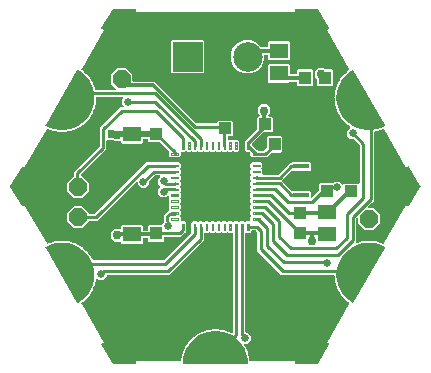
<source format=gbr>
G04 EAGLE Gerber RS-274X export*
G75*
%MOMM*%
%FSLAX34Y34*%
%LPD*%
%INBottom Copper*%
%IPPOS*%
%AMOC8*
5,1,8,0,0,1.08239X$1,22.5*%
G01*
%ADD10R,1.000000X1.100000*%
%ADD11R,1.500000X1.300000*%
%ADD12C,0.124994*%
%ADD13R,5.699988X5.699988*%
%ADD14R,1.399997X0.400000*%
%ADD15R,1.100000X1.000000*%
%ADD16C,1.000000*%
%ADD17R,2.500000X2.500000*%
%ADD18C,2.500000*%
%ADD19R,0.500000X0.800000*%
%ADD20P,1.649562X8X22.500000*%
%ADD21C,0.756400*%
%ADD22C,0.254000*%
%ADD23C,0.508000*%
%ADD24C,0.660400*%
%ADD25C,0.355600*%
%ADD26C,0.656400*%
%ADD27C,0.304800*%

G36*
X-43293Y87899D02*
X-43293Y87899D01*
X-43202Y87907D01*
X-43172Y87919D01*
X-43140Y87924D01*
X-43060Y87967D01*
X-42976Y88003D01*
X-42944Y88029D01*
X-42923Y88040D01*
X-42901Y88063D01*
X-42845Y88108D01*
X-19756Y111197D01*
X-19703Y111271D01*
X-19643Y111340D01*
X-19631Y111370D01*
X-19612Y111396D01*
X-19585Y111483D01*
X-19551Y111568D01*
X-19547Y111609D01*
X-19540Y111631D01*
X-19541Y111664D01*
X-19533Y111735D01*
X-19533Y117444D01*
X-19531Y117448D01*
X-19527Y117489D01*
X-19520Y117511D01*
X-19521Y117543D01*
X-19513Y117615D01*
X-19513Y119887D01*
X-18253Y121147D01*
X-15223Y121147D01*
X-14776Y120700D01*
X-14760Y120689D01*
X-14748Y120673D01*
X-14660Y120617D01*
X-14577Y120557D01*
X-14558Y120551D01*
X-14541Y120540D01*
X-14440Y120515D01*
X-14341Y120484D01*
X-14322Y120485D01*
X-14302Y120480D01*
X-14199Y120488D01*
X-14096Y120491D01*
X-14077Y120498D01*
X-14057Y120499D01*
X-13962Y120540D01*
X-13865Y120575D01*
X-13849Y120588D01*
X-13831Y120596D01*
X-13700Y120700D01*
X-13253Y121147D01*
X-10223Y121147D01*
X-9776Y120700D01*
X-9760Y120689D01*
X-9748Y120673D01*
X-9660Y120617D01*
X-9577Y120557D01*
X-9558Y120551D01*
X-9541Y120540D01*
X-9440Y120515D01*
X-9341Y120484D01*
X-9322Y120485D01*
X-9302Y120480D01*
X-9199Y120488D01*
X-9096Y120491D01*
X-9077Y120498D01*
X-9057Y120499D01*
X-8962Y120540D01*
X-8865Y120575D01*
X-8849Y120588D01*
X-8831Y120596D01*
X-8700Y120700D01*
X-8253Y121147D01*
X-5223Y121147D01*
X-4776Y120700D01*
X-4760Y120689D01*
X-4748Y120673D01*
X-4660Y120617D01*
X-4577Y120557D01*
X-4558Y120551D01*
X-4541Y120540D01*
X-4440Y120515D01*
X-4341Y120484D01*
X-4322Y120485D01*
X-4302Y120480D01*
X-4199Y120488D01*
X-4096Y120491D01*
X-4077Y120498D01*
X-4057Y120499D01*
X-3962Y120540D01*
X-3865Y120575D01*
X-3849Y120588D01*
X-3831Y120596D01*
X-3700Y120700D01*
X-3253Y121147D01*
X-223Y121147D01*
X224Y120700D01*
X240Y120689D01*
X252Y120673D01*
X340Y120617D01*
X423Y120557D01*
X442Y120551D01*
X459Y120540D01*
X560Y120515D01*
X659Y120484D01*
X678Y120485D01*
X698Y120480D01*
X801Y120488D01*
X904Y120491D01*
X923Y120498D01*
X943Y120499D01*
X1038Y120540D01*
X1135Y120575D01*
X1151Y120588D01*
X1169Y120596D01*
X1300Y120700D01*
X1747Y121147D01*
X4777Y121147D01*
X5224Y120700D01*
X5240Y120689D01*
X5252Y120673D01*
X5340Y120617D01*
X5423Y120557D01*
X5442Y120551D01*
X5459Y120540D01*
X5560Y120515D01*
X5659Y120484D01*
X5678Y120485D01*
X5698Y120480D01*
X5801Y120488D01*
X5904Y120491D01*
X5923Y120498D01*
X5943Y120499D01*
X6038Y120540D01*
X6135Y120575D01*
X6151Y120588D01*
X6169Y120596D01*
X6300Y120700D01*
X6747Y121147D01*
X9777Y121147D01*
X10224Y120700D01*
X10240Y120689D01*
X10252Y120673D01*
X10340Y120617D01*
X10423Y120557D01*
X10442Y120551D01*
X10459Y120540D01*
X10560Y120515D01*
X10659Y120484D01*
X10678Y120485D01*
X10698Y120480D01*
X10801Y120488D01*
X10904Y120491D01*
X10923Y120498D01*
X10943Y120499D01*
X11038Y120540D01*
X11135Y120575D01*
X11151Y120588D01*
X11169Y120596D01*
X11300Y120700D01*
X11747Y121147D01*
X14777Y121147D01*
X15224Y120700D01*
X15240Y120689D01*
X15252Y120673D01*
X15340Y120617D01*
X15423Y120557D01*
X15442Y120551D01*
X15459Y120540D01*
X15560Y120515D01*
X15659Y120484D01*
X15678Y120485D01*
X15698Y120480D01*
X15801Y120488D01*
X15904Y120491D01*
X15923Y120498D01*
X15943Y120499D01*
X16038Y120540D01*
X16135Y120575D01*
X16151Y120588D01*
X16169Y120596D01*
X16300Y120700D01*
X16747Y121147D01*
X19777Y121147D01*
X20224Y120700D01*
X20240Y120689D01*
X20252Y120673D01*
X20340Y120617D01*
X20423Y120557D01*
X20442Y120551D01*
X20459Y120540D01*
X20560Y120515D01*
X20659Y120484D01*
X20678Y120485D01*
X20698Y120480D01*
X20801Y120488D01*
X20904Y120491D01*
X20923Y120498D01*
X20943Y120499D01*
X21038Y120540D01*
X21135Y120575D01*
X21151Y120588D01*
X21169Y120596D01*
X21300Y120700D01*
X21747Y121147D01*
X24777Y121147D01*
X25224Y120700D01*
X25240Y120689D01*
X25252Y120673D01*
X25340Y120617D01*
X25423Y120557D01*
X25442Y120551D01*
X25459Y120540D01*
X25560Y120515D01*
X25659Y120484D01*
X25678Y120485D01*
X25698Y120480D01*
X25801Y120488D01*
X25904Y120491D01*
X25923Y120498D01*
X25943Y120499D01*
X26038Y120540D01*
X26135Y120575D01*
X26151Y120588D01*
X26169Y120596D01*
X26300Y120700D01*
X26747Y121147D01*
X29476Y121147D01*
X29496Y121150D01*
X29516Y121148D01*
X29617Y121170D01*
X29719Y121186D01*
X29736Y121196D01*
X29756Y121200D01*
X29845Y121253D01*
X29936Y121301D01*
X29950Y121316D01*
X29967Y121326D01*
X30034Y121405D01*
X30106Y121480D01*
X30114Y121498D01*
X30127Y121513D01*
X30166Y121609D01*
X30209Y121703D01*
X30211Y121723D01*
X30219Y121741D01*
X30237Y121908D01*
X30237Y124637D01*
X30684Y125084D01*
X30695Y125100D01*
X30711Y125112D01*
X30767Y125200D01*
X30827Y125283D01*
X30833Y125302D01*
X30844Y125319D01*
X30869Y125420D01*
X30900Y125519D01*
X30899Y125538D01*
X30904Y125558D01*
X30896Y125661D01*
X30893Y125764D01*
X30886Y125783D01*
X30885Y125803D01*
X30844Y125898D01*
X30809Y125995D01*
X30796Y126011D01*
X30788Y126029D01*
X30684Y126160D01*
X30237Y126607D01*
X30237Y129637D01*
X30684Y130084D01*
X30695Y130100D01*
X30711Y130112D01*
X30767Y130200D01*
X30827Y130283D01*
X30833Y130302D01*
X30844Y130319D01*
X30869Y130420D01*
X30900Y130519D01*
X30899Y130538D01*
X30904Y130558D01*
X30896Y130661D01*
X30893Y130764D01*
X30886Y130783D01*
X30885Y130803D01*
X30844Y130898D01*
X30809Y130995D01*
X30796Y131011D01*
X30788Y131029D01*
X30684Y131160D01*
X30237Y131607D01*
X30237Y134637D01*
X30684Y135084D01*
X30695Y135100D01*
X30711Y135112D01*
X30767Y135200D01*
X30827Y135283D01*
X30833Y135302D01*
X30844Y135319D01*
X30869Y135420D01*
X30900Y135519D01*
X30899Y135538D01*
X30904Y135558D01*
X30896Y135661D01*
X30893Y135764D01*
X30886Y135783D01*
X30885Y135803D01*
X30844Y135898D01*
X30809Y135995D01*
X30796Y136011D01*
X30788Y136029D01*
X30684Y136160D01*
X30237Y136607D01*
X30237Y139637D01*
X30684Y140084D01*
X30695Y140100D01*
X30711Y140112D01*
X30767Y140200D01*
X30827Y140283D01*
X30833Y140302D01*
X30844Y140319D01*
X30869Y140420D01*
X30900Y140519D01*
X30899Y140538D01*
X30904Y140558D01*
X30896Y140661D01*
X30893Y140764D01*
X30886Y140783D01*
X30885Y140803D01*
X30844Y140898D01*
X30809Y140995D01*
X30796Y141011D01*
X30788Y141029D01*
X30684Y141160D01*
X30237Y141607D01*
X30237Y144637D01*
X30684Y145084D01*
X30695Y145100D01*
X30711Y145112D01*
X30767Y145200D01*
X30827Y145283D01*
X30833Y145302D01*
X30844Y145319D01*
X30869Y145420D01*
X30900Y145519D01*
X30899Y145538D01*
X30904Y145558D01*
X30896Y145661D01*
X30893Y145764D01*
X30886Y145783D01*
X30885Y145803D01*
X30844Y145898D01*
X30809Y145995D01*
X30796Y146011D01*
X30788Y146029D01*
X30684Y146160D01*
X30237Y146607D01*
X30237Y149637D01*
X30684Y150084D01*
X30695Y150100D01*
X30711Y150112D01*
X30767Y150200D01*
X30827Y150283D01*
X30833Y150302D01*
X30844Y150319D01*
X30869Y150420D01*
X30900Y150519D01*
X30899Y150538D01*
X30904Y150558D01*
X30896Y150661D01*
X30893Y150764D01*
X30886Y150783D01*
X30885Y150803D01*
X30844Y150898D01*
X30809Y150995D01*
X30796Y151011D01*
X30788Y151029D01*
X30684Y151160D01*
X30237Y151607D01*
X30237Y154637D01*
X30684Y155084D01*
X30695Y155100D01*
X30711Y155112D01*
X30767Y155200D01*
X30827Y155283D01*
X30833Y155302D01*
X30844Y155319D01*
X30869Y155420D01*
X30900Y155519D01*
X30899Y155538D01*
X30904Y155558D01*
X30896Y155661D01*
X30893Y155764D01*
X30886Y155783D01*
X30885Y155803D01*
X30845Y155896D01*
X30841Y155914D01*
X30834Y155926D01*
X30809Y155995D01*
X30796Y156011D01*
X30788Y156029D01*
X30724Y156109D01*
X30715Y156125D01*
X30705Y156134D01*
X30684Y156160D01*
X30237Y156607D01*
X30237Y159637D01*
X30684Y160084D01*
X30695Y160100D01*
X30711Y160112D01*
X30767Y160200D01*
X30827Y160283D01*
X30833Y160302D01*
X30844Y160319D01*
X30869Y160420D01*
X30900Y160519D01*
X30899Y160538D01*
X30904Y160558D01*
X30896Y160661D01*
X30893Y160764D01*
X30886Y160783D01*
X30885Y160803D01*
X30844Y160898D01*
X30809Y160995D01*
X30796Y161011D01*
X30788Y161029D01*
X30684Y161160D01*
X30237Y161607D01*
X30237Y164637D01*
X30684Y165084D01*
X30695Y165100D01*
X30711Y165112D01*
X30767Y165200D01*
X30827Y165283D01*
X30833Y165302D01*
X30844Y165319D01*
X30869Y165420D01*
X30900Y165519D01*
X30899Y165538D01*
X30904Y165558D01*
X30896Y165661D01*
X30893Y165764D01*
X30886Y165783D01*
X30885Y165803D01*
X30844Y165898D01*
X30809Y165995D01*
X30796Y166011D01*
X30788Y166029D01*
X30684Y166160D01*
X30237Y166607D01*
X30237Y169637D01*
X31497Y170897D01*
X39028Y170897D01*
X40287Y169637D01*
X40287Y166607D01*
X39840Y166160D01*
X39829Y166144D01*
X39813Y166132D01*
X39757Y166045D01*
X39697Y165961D01*
X39691Y165942D01*
X39680Y165925D01*
X39655Y165824D01*
X39625Y165725D01*
X39625Y165706D01*
X39620Y165686D01*
X39628Y165583D01*
X39631Y165480D01*
X39638Y165461D01*
X39639Y165441D01*
X39680Y165346D01*
X39715Y165249D01*
X39728Y165233D01*
X39736Y165215D01*
X39840Y165084D01*
X40287Y164637D01*
X40287Y161364D01*
X40290Y161344D01*
X40288Y161325D01*
X40310Y161223D01*
X40327Y161121D01*
X40336Y161104D01*
X40340Y161084D01*
X40393Y160995D01*
X40442Y160904D01*
X40456Y160890D01*
X40466Y160873D01*
X40545Y160806D01*
X40620Y160735D01*
X40638Y160726D01*
X40653Y160713D01*
X40749Y160674D01*
X40843Y160631D01*
X40863Y160629D01*
X40881Y160621D01*
X41048Y160603D01*
X53955Y160603D01*
X54045Y160618D01*
X54136Y160625D01*
X54166Y160637D01*
X54198Y160643D01*
X54279Y160685D01*
X54363Y160721D01*
X54395Y160747D01*
X54415Y160758D01*
X54438Y160781D01*
X54494Y160826D01*
X63893Y170225D01*
X64188Y170225D01*
X64278Y170240D01*
X64369Y170247D01*
X64399Y170259D01*
X64431Y170265D01*
X64512Y170307D01*
X64596Y170343D01*
X64628Y170369D01*
X64649Y170380D01*
X64671Y170403D01*
X64727Y170448D01*
X65234Y170955D01*
X80497Y170955D01*
X81390Y170062D01*
X81390Y164799D01*
X80497Y163905D01*
X65793Y163905D01*
X65703Y163891D01*
X65612Y163884D01*
X65583Y163871D01*
X65551Y163866D01*
X65470Y163823D01*
X65386Y163787D01*
X65354Y163762D01*
X65333Y163751D01*
X65311Y163727D01*
X65255Y163682D01*
X57441Y155868D01*
X57429Y155852D01*
X57414Y155840D01*
X57357Y155752D01*
X57297Y155668D01*
X57291Y155650D01*
X57281Y155633D01*
X57255Y155532D01*
X57225Y155433D01*
X57225Y155413D01*
X57220Y155394D01*
X57229Y155291D01*
X57231Y155187D01*
X57238Y155169D01*
X57240Y155149D01*
X57280Y155054D01*
X57316Y154956D01*
X57328Y154941D01*
X57336Y154923D01*
X57441Y154792D01*
X65054Y147178D01*
X65128Y147125D01*
X65198Y147065D01*
X65228Y147053D01*
X65254Y147034D01*
X65341Y147008D01*
X65426Y146973D01*
X65467Y146969D01*
X65489Y146962D01*
X65521Y146963D01*
X65593Y146955D01*
X80497Y146955D01*
X81390Y146062D01*
X81390Y141790D01*
X81402Y141719D01*
X81403Y141648D01*
X81421Y141599D01*
X81430Y141547D01*
X81463Y141484D01*
X81488Y141417D01*
X81520Y141376D01*
X81545Y141330D01*
X81597Y141281D01*
X81642Y141225D01*
X81685Y141196D01*
X81723Y141161D01*
X81788Y141130D01*
X81848Y141092D01*
X81899Y141079D01*
X81946Y141057D01*
X82017Y141049D01*
X82087Y141032D01*
X82139Y141036D01*
X82191Y141030D01*
X82261Y141045D01*
X82332Y141051D01*
X82380Y141071D01*
X82431Y141082D01*
X82493Y141119D01*
X82559Y141147D01*
X82614Y141192D01*
X82642Y141208D01*
X82657Y141226D01*
X82689Y141252D01*
X88502Y147065D01*
X88555Y147139D01*
X88615Y147208D01*
X88627Y147238D01*
X88646Y147264D01*
X88673Y147351D01*
X88707Y147436D01*
X88711Y147477D01*
X88718Y147499D01*
X88717Y147532D01*
X88725Y147603D01*
X88725Y152572D01*
X89618Y153465D01*
X99986Y153465D01*
X100076Y153479D01*
X100167Y153487D01*
X100196Y153499D01*
X100228Y153504D01*
X100309Y153547D01*
X100393Y153583D01*
X100425Y153609D01*
X100446Y153620D01*
X100468Y153643D01*
X100524Y153688D01*
X101503Y154667D01*
X105485Y154667D01*
X107774Y152377D01*
X107791Y152366D01*
X107803Y152350D01*
X107890Y152294D01*
X107974Y152234D01*
X107993Y152228D01*
X108010Y152217D01*
X108110Y152192D01*
X108209Y152161D01*
X108229Y152162D01*
X108249Y152157D01*
X108351Y152165D01*
X108455Y152168D01*
X108474Y152175D01*
X108494Y152176D01*
X108589Y152217D01*
X108686Y152252D01*
X108702Y152265D01*
X108720Y152272D01*
X108851Y152377D01*
X109438Y152965D01*
X121719Y152965D01*
X121746Y152939D01*
X121793Y152917D01*
X121835Y152887D01*
X121904Y152866D01*
X121969Y152836D01*
X122021Y152830D01*
X122070Y152815D01*
X122142Y152817D01*
X122213Y152809D01*
X122264Y152820D01*
X122316Y152821D01*
X122384Y152846D01*
X122454Y152861D01*
X122499Y152888D01*
X122547Y152905D01*
X122603Y152950D01*
X122665Y152987D01*
X122699Y153027D01*
X122739Y153059D01*
X122778Y153119D01*
X122825Y153174D01*
X122844Y153222D01*
X122872Y153266D01*
X122890Y153336D01*
X122917Y153402D01*
X122925Y153473D01*
X122933Y153505D01*
X122931Y153528D01*
X122935Y153569D01*
X122935Y185217D01*
X122921Y185307D01*
X122913Y185398D01*
X122901Y185428D01*
X122896Y185460D01*
X122853Y185540D01*
X122817Y185624D01*
X122791Y185656D01*
X122780Y185677D01*
X122757Y185699D01*
X122712Y185755D01*
X117917Y190550D01*
X117843Y190603D01*
X117774Y190663D01*
X117744Y190675D01*
X117718Y190694D01*
X117631Y190721D01*
X117546Y190755D01*
X117505Y190759D01*
X117483Y190766D01*
X117450Y190765D01*
X117379Y190773D01*
X114849Y190773D01*
X112033Y193589D01*
X112033Y197571D01*
X114771Y200308D01*
X114824Y200382D01*
X114883Y200451D01*
X114895Y200481D01*
X114914Y200508D01*
X114941Y200595D01*
X114975Y200679D01*
X114977Y200712D01*
X114986Y200743D01*
X114984Y200834D01*
X114990Y200924D01*
X114981Y200956D01*
X114980Y200989D01*
X114949Y201074D01*
X114925Y201162D01*
X114907Y201189D01*
X114896Y201220D01*
X114839Y201291D01*
X114789Y201366D01*
X114757Y201394D01*
X114742Y201412D01*
X114715Y201429D01*
X114661Y201475D01*
X113428Y202317D01*
X113396Y202332D01*
X113369Y202353D01*
X113286Y202383D01*
X113205Y202421D01*
X113170Y202425D01*
X113138Y202437D01*
X113059Y202442D01*
X112587Y202880D01*
X112560Y202899D01*
X112498Y202951D01*
X111969Y203312D01*
X111939Y203377D01*
X111908Y203461D01*
X111886Y203488D01*
X111872Y203519D01*
X111762Y203646D01*
X110147Y205146D01*
X110118Y205165D01*
X110094Y205190D01*
X110016Y205233D01*
X109942Y205282D01*
X109909Y205291D01*
X109878Y205307D01*
X109801Y205325D01*
X109399Y205828D01*
X109375Y205851D01*
X109322Y205912D01*
X108853Y206347D01*
X108832Y206416D01*
X108815Y206503D01*
X108797Y206533D01*
X108787Y206567D01*
X108698Y206709D01*
X107324Y208432D01*
X107299Y208455D01*
X107279Y208484D01*
X107208Y208538D01*
X107142Y208597D01*
X107110Y208611D01*
X107082Y208632D01*
X107008Y208661D01*
X106687Y209218D01*
X106666Y209244D01*
X106623Y209312D01*
X106224Y209813D01*
X106214Y209884D01*
X106209Y209973D01*
X106197Y210005D01*
X106192Y210040D01*
X106124Y210193D01*
X105023Y212103D01*
X105001Y212129D01*
X104986Y212161D01*
X104923Y212224D01*
X104867Y212293D01*
X104838Y212311D01*
X104814Y212336D01*
X104745Y212376D01*
X104510Y212975D01*
X104493Y213003D01*
X104492Y213006D01*
X104491Y213008D01*
X104490Y213009D01*
X104460Y213077D01*
X104140Y213632D01*
X104141Y213704D01*
X104150Y213792D01*
X104142Y213826D01*
X104143Y213861D01*
X104099Y214023D01*
X103294Y216075D01*
X103277Y216105D01*
X103266Y216138D01*
X103214Y216210D01*
X103169Y216286D01*
X103142Y216309D01*
X103122Y216337D01*
X103060Y216386D01*
X102917Y217014D01*
X102905Y217045D01*
X102883Y217123D01*
X102650Y217719D01*
X102661Y217790D01*
X102683Y217876D01*
X102680Y217910D01*
X102686Y217945D01*
X102667Y218111D01*
X102177Y220260D01*
X102164Y220293D01*
X102159Y220327D01*
X102118Y220406D01*
X102084Y220488D01*
X102062Y220515D01*
X102046Y220545D01*
X101992Y220603D01*
X101944Y221245D01*
X101936Y221277D01*
X101927Y221358D01*
X101785Y221982D01*
X101806Y222050D01*
X101841Y222132D01*
X101844Y222167D01*
X101854Y222200D01*
X101860Y222368D01*
X101696Y224566D01*
X101688Y224599D01*
X101688Y224634D01*
X101659Y224719D01*
X101638Y224805D01*
X101620Y224834D01*
X101609Y224867D01*
X101564Y224933D01*
X101612Y225574D01*
X101609Y225607D01*
X101612Y225688D01*
X101565Y226327D01*
X101596Y226391D01*
X101643Y226467D01*
X101651Y226501D01*
X101666Y226532D01*
X101697Y226697D01*
X101862Y228895D01*
X101859Y228929D01*
X101864Y228964D01*
X101849Y229051D01*
X101841Y229140D01*
X101827Y229172D01*
X101821Y229206D01*
X101786Y229277D01*
X101930Y229905D01*
X101932Y229938D01*
X101947Y230017D01*
X101995Y230656D01*
X102036Y230714D01*
X102093Y230783D01*
X102106Y230815D01*
X102125Y230843D01*
X102181Y231002D01*
X102672Y233151D01*
X102674Y233185D01*
X102684Y233218D01*
X102681Y233307D01*
X102687Y233396D01*
X102678Y233430D01*
X102677Y233464D01*
X102654Y233540D01*
X102889Y234139D01*
X102896Y234171D01*
X102922Y234248D01*
X103065Y234872D01*
X103114Y234924D01*
X103181Y234983D01*
X103198Y235013D01*
X103222Y235038D01*
X103300Y235187D01*
X104106Y237238D01*
X104114Y237272D01*
X104129Y237303D01*
X104139Y237392D01*
X104158Y237479D01*
X104154Y237513D01*
X104158Y237548D01*
X104147Y237626D01*
X104469Y238183D01*
X104480Y238214D01*
X104518Y238286D01*
X104752Y238882D01*
X104809Y238926D01*
X104883Y238974D01*
X104905Y239001D01*
X104932Y239023D01*
X105032Y239158D01*
X106134Y241066D01*
X106147Y241099D01*
X106166Y241128D01*
X106190Y241213D01*
X106221Y241296D01*
X106223Y241331D01*
X106232Y241365D01*
X106232Y241444D01*
X106633Y241947D01*
X106646Y241970D01*
X106663Y241988D01*
X106672Y242006D01*
X106697Y242041D01*
X107018Y242595D01*
X107080Y242631D01*
X107161Y242667D01*
X107187Y242691D01*
X107217Y242708D01*
X107335Y242827D01*
X108710Y244550D01*
X108727Y244580D01*
X108751Y244605D01*
X108787Y244686D01*
X108830Y244764D01*
X108837Y244798D01*
X108851Y244830D01*
X108863Y244908D01*
X109335Y245346D01*
X109355Y245372D01*
X109412Y245429D01*
X109812Y245930D01*
X109878Y245955D01*
X109964Y245979D01*
X109993Y245999D01*
X110025Y246011D01*
X110160Y246111D01*
X111776Y247610D01*
X111798Y247637D01*
X111825Y247659D01*
X111873Y247734D01*
X111927Y247804D01*
X111939Y247837D01*
X111957Y247866D01*
X111981Y247942D01*
X112513Y248304D01*
X112537Y248327D01*
X112602Y248375D01*
X113071Y248811D01*
X113141Y248826D01*
X113229Y248837D01*
X113261Y248852D01*
X113295Y248859D01*
X113443Y248938D01*
X113898Y249248D01*
X113981Y249327D01*
X114066Y249404D01*
X114070Y249412D01*
X114076Y249418D01*
X114130Y249519D01*
X114185Y249619D01*
X114187Y249628D01*
X114191Y249635D01*
X114209Y249748D01*
X114230Y249861D01*
X114229Y249869D01*
X114231Y249878D01*
X114212Y249991D01*
X114196Y250104D01*
X114192Y250114D01*
X114191Y250121D01*
X114180Y250141D01*
X114129Y250258D01*
X95318Y282839D01*
X97076Y283671D01*
X97098Y283688D01*
X97125Y283698D01*
X97177Y283747D01*
X97235Y283790D01*
X97249Y283815D01*
X97270Y283834D01*
X97299Y283900D01*
X97335Y283962D01*
X97338Y283990D01*
X97350Y284016D01*
X97351Y284088D01*
X97360Y284159D01*
X97352Y284186D01*
X97353Y284215D01*
X97317Y284310D01*
X97306Y284350D01*
X97299Y284359D01*
X97295Y284371D01*
X87795Y300871D01*
X87743Y300930D01*
X87697Y300992D01*
X87678Y301003D01*
X87663Y301020D01*
X87593Y301054D01*
X87526Y301094D01*
X87502Y301098D01*
X87484Y301106D01*
X87439Y301108D01*
X87362Y301121D01*
X68362Y301121D01*
X68334Y301116D01*
X68306Y301118D01*
X68238Y301096D01*
X68167Y301082D01*
X68144Y301066D01*
X68117Y301057D01*
X68062Y301010D01*
X68003Y300969D01*
X67988Y300945D01*
X67967Y300927D01*
X67935Y300862D01*
X67896Y300802D01*
X67891Y300774D01*
X67879Y300748D01*
X67870Y300647D01*
X67863Y300605D01*
X67865Y300595D01*
X67864Y300582D01*
X68020Y298621D01*
X-66496Y298621D01*
X-66340Y300582D01*
X-66344Y300611D01*
X-66339Y300639D01*
X-66356Y300708D01*
X-66364Y300780D01*
X-66379Y300804D01*
X-66385Y300832D01*
X-66428Y300890D01*
X-66464Y300952D01*
X-66486Y300969D01*
X-66503Y300992D01*
X-66565Y301029D01*
X-66622Y301072D01*
X-66650Y301079D01*
X-66674Y301094D01*
X-66774Y301110D01*
X-66815Y301121D01*
X-66825Y301119D01*
X-66838Y301121D01*
X-85838Y301121D01*
X-85914Y301106D01*
X-85992Y301097D01*
X-86011Y301086D01*
X-86033Y301082D01*
X-86097Y301038D01*
X-86165Y300999D01*
X-86181Y300980D01*
X-86197Y300969D01*
X-86221Y300931D01*
X-86271Y300871D01*
X-95771Y284371D01*
X-95780Y284344D01*
X-95796Y284320D01*
X-95811Y284250D01*
X-95834Y284182D01*
X-95831Y284154D01*
X-95837Y284126D01*
X-95824Y284056D01*
X-95818Y283984D01*
X-95805Y283959D01*
X-95799Y283931D01*
X-95759Y283871D01*
X-95726Y283808D01*
X-95704Y283790D01*
X-95688Y283766D01*
X-95605Y283708D01*
X-95573Y283681D01*
X-95562Y283678D01*
X-95552Y283671D01*
X-93794Y282839D01*
X-112605Y250258D01*
X-112645Y250150D01*
X-112688Y250045D01*
X-112689Y250036D01*
X-112692Y250028D01*
X-112696Y249914D01*
X-112703Y249799D01*
X-112700Y249791D01*
X-112701Y249782D01*
X-112668Y249672D01*
X-112638Y249562D01*
X-112633Y249555D01*
X-112631Y249546D01*
X-112565Y249452D01*
X-112501Y249357D01*
X-112493Y249351D01*
X-112489Y249345D01*
X-112471Y249331D01*
X-112374Y249248D01*
X-111919Y248938D01*
X-111887Y248923D01*
X-111860Y248902D01*
X-111777Y248872D01*
X-111696Y248834D01*
X-111661Y248830D01*
X-111629Y248819D01*
X-111550Y248813D01*
X-111078Y248375D01*
X-111050Y248357D01*
X-110989Y248304D01*
X-110459Y247944D01*
X-110429Y247879D01*
X-110398Y247795D01*
X-110377Y247768D01*
X-110362Y247737D01*
X-110252Y247610D01*
X-108636Y246111D01*
X-108607Y246092D01*
X-108583Y246067D01*
X-108505Y246025D01*
X-108431Y245975D01*
X-108397Y245966D01*
X-108367Y245950D01*
X-108290Y245932D01*
X-107888Y245429D01*
X-107864Y245407D01*
X-107811Y245346D01*
X-107341Y244910D01*
X-107321Y244842D01*
X-107303Y244755D01*
X-107286Y244725D01*
X-107276Y244691D01*
X-107186Y244550D01*
X-105811Y242827D01*
X-105786Y242803D01*
X-105766Y242775D01*
X-105695Y242721D01*
X-105629Y242662D01*
X-105597Y242648D01*
X-105569Y242627D01*
X-105495Y242598D01*
X-105173Y242041D01*
X-105152Y242015D01*
X-105109Y241947D01*
X-104710Y241446D01*
X-104700Y241376D01*
X-104695Y241287D01*
X-104683Y241254D01*
X-104678Y241220D01*
X-104610Y241066D01*
X-103508Y239158D01*
X-103486Y239131D01*
X-103470Y239100D01*
X-103408Y239037D01*
X-103352Y238968D01*
X-103322Y238949D01*
X-103298Y238924D01*
X-103229Y238885D01*
X-102994Y238286D01*
X-102977Y238257D01*
X-102945Y238183D01*
X-102624Y237629D01*
X-102625Y237557D01*
X-102634Y237469D01*
X-102626Y237435D01*
X-102626Y237400D01*
X-102582Y237238D01*
X-101776Y235187D01*
X-101759Y235157D01*
X-101748Y235124D01*
X-101696Y235052D01*
X-101651Y234975D01*
X-101624Y234953D01*
X-101604Y234925D01*
X-101542Y234875D01*
X-101398Y234248D01*
X-101386Y234217D01*
X-101365Y234139D01*
X-101131Y233543D01*
X-101142Y233472D01*
X-101164Y233386D01*
X-101161Y233351D01*
X-101167Y233317D01*
X-101148Y233151D01*
X-101037Y232668D01*
X-101016Y232615D01*
X-101003Y232558D01*
X-100969Y232502D01*
X-100945Y232441D01*
X-100907Y232397D01*
X-100877Y232347D01*
X-100827Y232304D01*
X-100784Y232254D01*
X-100734Y232225D01*
X-100690Y232187D01*
X-100629Y232162D01*
X-100572Y232129D01*
X-100516Y232117D01*
X-100462Y232095D01*
X-100363Y232084D01*
X-100332Y232078D01*
X-100318Y232079D01*
X-100295Y232077D01*
X-84287Y232077D01*
X-84216Y232088D01*
X-84145Y232090D01*
X-84096Y232108D01*
X-84044Y232116D01*
X-83981Y232150D01*
X-83914Y232175D01*
X-83873Y232207D01*
X-83827Y232232D01*
X-83778Y232284D01*
X-83722Y232328D01*
X-83693Y232372D01*
X-83658Y232410D01*
X-83627Y232475D01*
X-83589Y232535D01*
X-83576Y232586D01*
X-83554Y232633D01*
X-83546Y232704D01*
X-83529Y232774D01*
X-83533Y232826D01*
X-83527Y232877D01*
X-83542Y232948D01*
X-83548Y233019D01*
X-83568Y233067D01*
X-83579Y233118D01*
X-83616Y233179D01*
X-83644Y233245D01*
X-83689Y233301D01*
X-83705Y233329D01*
X-83723Y233344D01*
X-83749Y233376D01*
X-87885Y237512D01*
X-87885Y245088D01*
X-82528Y250445D01*
X-74952Y250445D01*
X-69595Y245088D01*
X-69595Y240030D01*
X-69592Y240010D01*
X-69594Y239991D01*
X-69572Y239889D01*
X-69556Y239787D01*
X-69546Y239770D01*
X-69542Y239750D01*
X-69489Y239661D01*
X-69440Y239570D01*
X-69426Y239556D01*
X-69416Y239539D01*
X-69337Y239472D01*
X-69262Y239400D01*
X-69244Y239392D01*
X-69229Y239379D01*
X-69133Y239340D01*
X-69039Y239297D01*
X-69019Y239295D01*
X-69001Y239287D01*
X-68834Y239269D01*
X-50417Y239269D01*
X-48631Y237483D01*
X-48631Y237439D01*
X-48617Y237349D01*
X-48609Y237258D01*
X-48597Y237228D01*
X-48592Y237196D01*
X-48549Y237116D01*
X-48513Y237032D01*
X-48487Y237000D01*
X-48476Y236979D01*
X-48453Y236957D01*
X-48408Y236901D01*
X-15575Y204068D01*
X-15501Y204015D01*
X-15432Y203955D01*
X-15402Y203943D01*
X-15376Y203924D01*
X-15289Y203897D01*
X-15204Y203863D01*
X-15163Y203859D01*
X-15141Y203852D01*
X-15108Y203853D01*
X-15037Y203845D01*
X1104Y203845D01*
X1124Y203848D01*
X1143Y203846D01*
X1245Y203868D01*
X1347Y203884D01*
X1364Y203894D01*
X1384Y203898D01*
X1473Y203951D01*
X1564Y204000D01*
X1578Y204014D01*
X1595Y204024D01*
X1662Y204103D01*
X1734Y204178D01*
X1742Y204196D01*
X1755Y204211D01*
X1794Y204307D01*
X1837Y204401D01*
X1839Y204421D01*
X1847Y204439D01*
X1865Y204606D01*
X1865Y205412D01*
X2758Y206305D01*
X15022Y206305D01*
X15915Y205412D01*
X15915Y194148D01*
X15022Y193255D01*
X11818Y193255D01*
X11798Y193252D01*
X11779Y193254D01*
X11677Y193232D01*
X11575Y193216D01*
X11558Y193206D01*
X11538Y193202D01*
X11449Y193149D01*
X11358Y193100D01*
X11344Y193086D01*
X11327Y193076D01*
X11260Y192997D01*
X11188Y192922D01*
X11180Y192904D01*
X11167Y192889D01*
X11128Y192793D01*
X11085Y192699D01*
X11083Y192679D01*
X11075Y192661D01*
X11057Y192494D01*
X11057Y190908D01*
X11060Y190888D01*
X11058Y190869D01*
X11080Y190767D01*
X11096Y190665D01*
X11106Y190648D01*
X11110Y190628D01*
X11163Y190539D01*
X11212Y190448D01*
X11226Y190434D01*
X11236Y190417D01*
X11315Y190350D01*
X11390Y190279D01*
X11408Y190270D01*
X11423Y190257D01*
X11519Y190218D01*
X11613Y190175D01*
X11633Y190173D01*
X11651Y190165D01*
X11818Y190147D01*
X14777Y190147D01*
X15224Y189700D01*
X15240Y189689D01*
X15252Y189673D01*
X15339Y189617D01*
X15423Y189557D01*
X15442Y189551D01*
X15459Y189540D01*
X15560Y189515D01*
X15659Y189485D01*
X15678Y189485D01*
X15698Y189480D01*
X15801Y189488D01*
X15904Y189491D01*
X15923Y189498D01*
X15943Y189499D01*
X16038Y189540D01*
X16135Y189575D01*
X16151Y189588D01*
X16169Y189596D01*
X16300Y189700D01*
X16747Y190147D01*
X19777Y190147D01*
X21037Y188888D01*
X21037Y181357D01*
X19777Y180097D01*
X16747Y180097D01*
X16300Y180544D01*
X16284Y180555D01*
X16272Y180571D01*
X16204Y180615D01*
X16168Y180645D01*
X16148Y180653D01*
X16101Y180687D01*
X16082Y180693D01*
X16065Y180704D01*
X15964Y180729D01*
X15942Y180736D01*
X15940Y180737D01*
X15939Y180737D01*
X15865Y180760D01*
X15846Y180759D01*
X15826Y180764D01*
X15723Y180756D01*
X15620Y180753D01*
X15601Y180746D01*
X15581Y180745D01*
X15515Y180717D01*
X15508Y180715D01*
X15490Y180706D01*
X15486Y180704D01*
X15389Y180669D01*
X15373Y180656D01*
X15355Y180648D01*
X15303Y180607D01*
X15290Y180600D01*
X15277Y180587D01*
X15224Y180544D01*
X14777Y180097D01*
X11747Y180097D01*
X11300Y180544D01*
X11284Y180555D01*
X11272Y180571D01*
X11204Y180615D01*
X11168Y180645D01*
X11148Y180653D01*
X11101Y180687D01*
X11082Y180693D01*
X11065Y180704D01*
X10964Y180729D01*
X10942Y180736D01*
X10940Y180737D01*
X10939Y180737D01*
X10865Y180760D01*
X10846Y180759D01*
X10826Y180764D01*
X10723Y180756D01*
X10620Y180753D01*
X10601Y180746D01*
X10581Y180745D01*
X10515Y180717D01*
X10508Y180715D01*
X10490Y180706D01*
X10486Y180704D01*
X10389Y180669D01*
X10373Y180656D01*
X10355Y180648D01*
X10303Y180607D01*
X10290Y180600D01*
X10277Y180587D01*
X10224Y180544D01*
X9777Y180097D01*
X6747Y180097D01*
X6300Y180544D01*
X6284Y180555D01*
X6272Y180571D01*
X6204Y180615D01*
X6168Y180645D01*
X6148Y180653D01*
X6101Y180687D01*
X6082Y180693D01*
X6065Y180704D01*
X5964Y180729D01*
X5942Y180736D01*
X5940Y180737D01*
X5939Y180737D01*
X5865Y180760D01*
X5846Y180759D01*
X5826Y180764D01*
X5723Y180756D01*
X5620Y180753D01*
X5601Y180746D01*
X5581Y180745D01*
X5515Y180717D01*
X5508Y180715D01*
X5490Y180706D01*
X5486Y180704D01*
X5389Y180669D01*
X5373Y180656D01*
X5355Y180648D01*
X5303Y180607D01*
X5290Y180600D01*
X5277Y180587D01*
X5224Y180544D01*
X4777Y180097D01*
X1747Y180097D01*
X1300Y180544D01*
X1284Y180555D01*
X1272Y180571D01*
X1204Y180615D01*
X1168Y180645D01*
X1148Y180653D01*
X1101Y180687D01*
X1082Y180693D01*
X1065Y180704D01*
X964Y180729D01*
X942Y180736D01*
X940Y180737D01*
X939Y180737D01*
X865Y180760D01*
X846Y180759D01*
X826Y180764D01*
X723Y180756D01*
X620Y180753D01*
X601Y180746D01*
X581Y180745D01*
X515Y180717D01*
X508Y180715D01*
X490Y180706D01*
X486Y180704D01*
X389Y180669D01*
X373Y180656D01*
X355Y180648D01*
X303Y180607D01*
X290Y180600D01*
X277Y180587D01*
X224Y180544D01*
X-223Y180097D01*
X-3253Y180097D01*
X-3700Y180544D01*
X-3716Y180555D01*
X-3728Y180571D01*
X-3796Y180615D01*
X-3832Y180645D01*
X-3852Y180653D01*
X-3899Y180687D01*
X-3918Y180693D01*
X-3935Y180704D01*
X-4036Y180729D01*
X-4058Y180736D01*
X-4060Y180737D01*
X-4061Y180737D01*
X-4135Y180760D01*
X-4154Y180759D01*
X-4174Y180764D01*
X-4277Y180756D01*
X-4380Y180753D01*
X-4399Y180746D01*
X-4419Y180745D01*
X-4485Y180717D01*
X-4492Y180715D01*
X-4510Y180706D01*
X-4514Y180704D01*
X-4611Y180669D01*
X-4627Y180656D01*
X-4645Y180648D01*
X-4697Y180607D01*
X-4710Y180600D01*
X-4723Y180587D01*
X-4776Y180544D01*
X-5223Y180097D01*
X-8253Y180097D01*
X-8700Y180544D01*
X-8716Y180555D01*
X-8728Y180571D01*
X-8796Y180615D01*
X-8832Y180645D01*
X-8852Y180653D01*
X-8899Y180687D01*
X-8918Y180693D01*
X-8935Y180704D01*
X-9036Y180729D01*
X-9058Y180736D01*
X-9060Y180737D01*
X-9061Y180737D01*
X-9135Y180760D01*
X-9154Y180759D01*
X-9174Y180764D01*
X-9277Y180756D01*
X-9380Y180753D01*
X-9399Y180746D01*
X-9419Y180745D01*
X-9485Y180717D01*
X-9492Y180715D01*
X-9510Y180706D01*
X-9514Y180704D01*
X-9611Y180669D01*
X-9627Y180656D01*
X-9645Y180648D01*
X-9697Y180607D01*
X-9710Y180600D01*
X-9723Y180587D01*
X-9776Y180544D01*
X-10223Y180097D01*
X-13253Y180097D01*
X-13700Y180544D01*
X-13716Y180555D01*
X-13728Y180571D01*
X-13796Y180615D01*
X-13832Y180645D01*
X-13852Y180653D01*
X-13899Y180687D01*
X-13918Y180693D01*
X-13935Y180704D01*
X-14036Y180729D01*
X-14058Y180736D01*
X-14060Y180737D01*
X-14061Y180737D01*
X-14135Y180760D01*
X-14154Y180759D01*
X-14174Y180764D01*
X-14277Y180756D01*
X-14380Y180753D01*
X-14399Y180746D01*
X-14419Y180745D01*
X-14485Y180717D01*
X-14492Y180715D01*
X-14510Y180706D01*
X-14514Y180704D01*
X-14611Y180669D01*
X-14627Y180656D01*
X-14645Y180648D01*
X-14697Y180607D01*
X-14710Y180600D01*
X-14723Y180587D01*
X-14776Y180544D01*
X-15223Y180097D01*
X-18253Y180097D01*
X-18700Y180544D01*
X-18716Y180555D01*
X-18728Y180571D01*
X-18796Y180615D01*
X-18832Y180645D01*
X-18852Y180653D01*
X-18899Y180687D01*
X-18918Y180693D01*
X-18935Y180704D01*
X-19036Y180729D01*
X-19058Y180736D01*
X-19060Y180737D01*
X-19061Y180737D01*
X-19135Y180760D01*
X-19154Y180759D01*
X-19174Y180764D01*
X-19277Y180756D01*
X-19380Y180753D01*
X-19399Y180746D01*
X-19419Y180745D01*
X-19485Y180717D01*
X-19492Y180715D01*
X-19510Y180706D01*
X-19514Y180704D01*
X-19611Y180669D01*
X-19627Y180656D01*
X-19645Y180648D01*
X-19697Y180607D01*
X-19710Y180600D01*
X-19723Y180587D01*
X-19776Y180544D01*
X-20223Y180097D01*
X-23253Y180097D01*
X-23700Y180544D01*
X-23716Y180555D01*
X-23728Y180571D01*
X-23796Y180615D01*
X-23832Y180645D01*
X-23852Y180653D01*
X-23899Y180687D01*
X-23918Y180693D01*
X-23935Y180704D01*
X-24036Y180729D01*
X-24058Y180736D01*
X-24060Y180737D01*
X-24061Y180737D01*
X-24135Y180760D01*
X-24154Y180759D01*
X-24174Y180764D01*
X-24277Y180756D01*
X-24380Y180753D01*
X-24399Y180746D01*
X-24419Y180745D01*
X-24485Y180717D01*
X-24492Y180715D01*
X-24510Y180706D01*
X-24514Y180704D01*
X-24611Y180669D01*
X-24627Y180656D01*
X-24645Y180648D01*
X-24697Y180607D01*
X-24709Y180600D01*
X-24723Y180587D01*
X-24776Y180544D01*
X-25223Y180097D01*
X-27952Y180097D01*
X-27972Y180094D01*
X-27992Y180096D01*
X-28093Y180074D01*
X-28195Y180058D01*
X-28212Y180048D01*
X-28232Y180044D01*
X-28321Y179991D01*
X-28412Y179943D01*
X-28426Y179928D01*
X-28443Y179918D01*
X-28510Y179839D01*
X-28582Y179764D01*
X-28590Y179746D01*
X-28603Y179731D01*
X-28642Y179635D01*
X-28685Y179541D01*
X-28687Y179521D01*
X-28695Y179503D01*
X-28713Y179336D01*
X-28713Y176607D01*
X-29973Y175347D01*
X-32245Y175347D01*
X-32335Y175333D01*
X-32403Y175327D01*
X-35060Y175327D01*
X-35064Y175329D01*
X-35105Y175333D01*
X-35128Y175340D01*
X-35160Y175339D01*
X-35231Y175347D01*
X-37504Y175347D01*
X-38763Y176607D01*
X-38763Y179685D01*
X-38741Y179715D01*
X-38735Y179734D01*
X-38724Y179751D01*
X-38699Y179852D01*
X-38669Y179950D01*
X-38669Y179970D01*
X-38664Y179990D01*
X-38672Y180093D01*
X-38675Y180196D01*
X-38682Y180215D01*
X-38683Y180235D01*
X-38724Y180330D01*
X-38759Y180427D01*
X-38772Y180443D01*
X-38780Y180461D01*
X-38885Y180592D01*
X-46235Y187942D01*
X-46309Y187995D01*
X-46378Y188055D01*
X-46408Y188067D01*
X-46434Y188086D01*
X-46521Y188113D01*
X-46606Y188147D01*
X-46647Y188151D01*
X-46669Y188158D01*
X-46702Y188157D01*
X-46773Y188165D01*
X-55162Y188165D01*
X-56055Y189058D01*
X-56055Y190094D01*
X-56058Y190114D01*
X-56056Y190133D01*
X-56078Y190235D01*
X-56094Y190337D01*
X-56104Y190354D01*
X-56108Y190374D01*
X-56161Y190463D01*
X-56210Y190554D01*
X-56224Y190568D01*
X-56234Y190585D01*
X-56313Y190652D01*
X-56388Y190724D01*
X-56406Y190732D01*
X-56421Y190745D01*
X-56517Y190784D01*
X-56611Y190827D01*
X-56631Y190829D01*
X-56649Y190837D01*
X-56816Y190855D01*
X-60064Y190855D01*
X-60084Y190852D01*
X-60103Y190854D01*
X-60205Y190832D01*
X-60307Y190816D01*
X-60324Y190806D01*
X-60344Y190802D01*
X-60433Y190749D01*
X-60524Y190700D01*
X-60538Y190686D01*
X-60555Y190676D01*
X-60622Y190597D01*
X-60694Y190522D01*
X-60702Y190504D01*
X-60715Y190489D01*
X-60754Y190393D01*
X-60797Y190299D01*
X-60799Y190279D01*
X-60807Y190261D01*
X-60825Y190094D01*
X-60825Y187788D01*
X-61718Y186895D01*
X-77982Y186895D01*
X-78875Y187788D01*
X-78875Y188643D01*
X-78886Y188713D01*
X-78888Y188785D01*
X-78906Y188834D01*
X-78914Y188885D01*
X-78948Y188949D01*
X-78973Y189016D01*
X-79005Y189057D01*
X-79030Y189103D01*
X-79081Y189152D01*
X-79126Y189208D01*
X-79170Y189236D01*
X-79208Y189272D01*
X-79273Y189302D01*
X-79333Y189341D01*
X-79384Y189354D01*
X-79431Y189376D01*
X-79502Y189384D01*
X-79572Y189401D01*
X-79624Y189397D01*
X-79675Y189403D01*
X-79746Y189388D01*
X-79817Y189382D01*
X-79865Y189362D01*
X-79916Y189351D01*
X-79977Y189314D01*
X-80043Y189286D01*
X-80099Y189241D01*
X-80127Y189224D01*
X-80142Y189207D01*
X-80174Y189181D01*
X-80352Y189003D01*
X-84748Y189003D01*
X-85147Y189402D01*
X-85221Y189455D01*
X-85291Y189515D01*
X-85321Y189527D01*
X-85347Y189546D01*
X-85434Y189573D01*
X-85519Y189607D01*
X-85560Y189611D01*
X-85582Y189618D01*
X-85614Y189617D01*
X-85685Y189625D01*
X-90932Y189625D01*
X-90952Y189622D01*
X-90971Y189624D01*
X-91073Y189602D01*
X-91175Y189586D01*
X-91192Y189576D01*
X-91212Y189572D01*
X-91301Y189519D01*
X-91392Y189470D01*
X-91406Y189456D01*
X-91423Y189446D01*
X-91490Y189367D01*
X-91562Y189292D01*
X-91570Y189274D01*
X-91583Y189259D01*
X-91622Y189163D01*
X-91665Y189069D01*
X-91667Y189049D01*
X-91675Y189031D01*
X-91693Y188864D01*
X-91693Y181976D01*
X-113060Y160609D01*
X-113113Y160535D01*
X-113173Y160466D01*
X-113185Y160436D01*
X-113204Y160410D01*
X-113231Y160323D01*
X-113265Y160238D01*
X-113269Y160197D01*
X-113276Y160175D01*
X-113275Y160142D01*
X-113283Y160071D01*
X-113283Y159766D01*
X-113280Y159746D01*
X-113282Y159727D01*
X-113260Y159625D01*
X-113244Y159523D01*
X-113234Y159506D01*
X-113230Y159486D01*
X-113177Y159397D01*
X-113128Y159306D01*
X-113114Y159292D01*
X-113104Y159275D01*
X-113025Y159208D01*
X-112950Y159136D01*
X-112932Y159128D01*
X-112917Y159115D01*
X-112821Y159076D01*
X-112727Y159033D01*
X-112707Y159031D01*
X-112689Y159023D01*
X-112522Y159005D01*
X-111782Y159005D01*
X-106425Y153648D01*
X-106425Y146072D01*
X-111782Y140715D01*
X-119358Y140715D01*
X-124715Y146072D01*
X-124715Y153648D01*
X-119236Y159127D01*
X-119174Y159160D01*
X-119160Y159174D01*
X-119143Y159184D01*
X-119076Y159263D01*
X-119004Y159338D01*
X-118996Y159356D01*
X-118983Y159371D01*
X-118944Y159467D01*
X-118901Y159561D01*
X-118899Y159581D01*
X-118891Y159599D01*
X-118873Y159766D01*
X-118873Y162702D01*
X-97506Y184069D01*
X-97453Y184143D01*
X-97393Y184212D01*
X-97381Y184242D01*
X-97362Y184268D01*
X-97335Y184355D01*
X-97301Y184440D01*
X-97297Y184481D01*
X-97290Y184503D01*
X-97291Y184536D01*
X-97283Y184607D01*
X-97283Y200040D01*
X-79898Y217425D01*
X-77470Y217425D01*
X-77400Y217436D01*
X-77328Y217438D01*
X-77279Y217456D01*
X-77228Y217464D01*
X-77164Y217498D01*
X-77097Y217523D01*
X-77056Y217555D01*
X-77010Y217580D01*
X-76961Y217632D01*
X-76905Y217676D01*
X-76877Y217720D01*
X-76841Y217758D01*
X-76811Y217823D01*
X-76772Y217883D01*
X-76759Y217934D01*
X-76737Y217981D01*
X-76729Y218052D01*
X-76712Y218122D01*
X-76716Y218174D01*
X-76710Y218225D01*
X-76725Y218296D01*
X-76731Y218367D01*
X-76751Y218415D01*
X-76762Y218466D01*
X-76799Y218527D01*
X-76827Y218593D01*
X-76872Y218649D01*
X-76889Y218677D01*
X-76906Y218692D01*
X-76932Y218724D01*
X-78467Y220259D01*
X-78467Y224241D01*
X-77520Y225188D01*
X-77478Y225246D01*
X-77429Y225298D01*
X-77407Y225345D01*
X-77376Y225387D01*
X-77355Y225456D01*
X-77325Y225521D01*
X-77319Y225573D01*
X-77304Y225623D01*
X-77306Y225694D01*
X-77298Y225765D01*
X-77309Y225816D01*
X-77310Y225868D01*
X-77335Y225936D01*
X-77350Y226006D01*
X-77377Y226051D01*
X-77395Y226099D01*
X-77440Y226155D01*
X-77477Y226217D01*
X-77516Y226251D01*
X-77549Y226291D01*
X-77609Y226330D01*
X-77663Y226377D01*
X-77712Y226396D01*
X-77756Y226424D01*
X-77825Y226442D01*
X-77892Y226469D01*
X-77963Y226477D01*
X-77994Y226485D01*
X-78017Y226483D01*
X-78058Y226487D01*
X-99322Y226487D01*
X-99435Y226469D01*
X-99548Y226453D01*
X-99556Y226449D01*
X-99565Y226448D01*
X-99665Y226394D01*
X-99768Y226343D01*
X-99775Y226337D01*
X-99782Y226332D01*
X-99861Y226250D01*
X-99942Y226168D01*
X-99946Y226160D01*
X-99952Y226154D01*
X-100000Y226050D01*
X-100050Y225948D01*
X-100052Y225937D01*
X-100055Y225931D01*
X-100058Y225908D01*
X-100081Y225783D01*
X-100088Y225688D01*
X-100085Y225655D01*
X-100086Y225633D01*
X-100087Y225630D01*
X-100086Y225628D01*
X-100088Y225574D01*
X-100040Y224936D01*
X-100072Y224871D01*
X-100118Y224796D01*
X-100126Y224762D01*
X-100141Y224731D01*
X-100172Y224566D01*
X-100336Y222368D01*
X-100333Y222333D01*
X-100338Y222299D01*
X-100322Y222211D01*
X-100315Y222123D01*
X-100301Y222091D01*
X-100295Y222057D01*
X-100260Y221985D01*
X-100403Y221358D01*
X-100405Y221325D01*
X-100420Y221245D01*
X-100468Y220607D01*
X-100508Y220548D01*
X-100566Y220480D01*
X-100578Y220447D01*
X-100598Y220419D01*
X-100653Y220260D01*
X-101143Y218111D01*
X-101145Y218077D01*
X-101155Y218044D01*
X-101153Y217955D01*
X-101158Y217866D01*
X-101149Y217832D01*
X-101148Y217798D01*
X-101124Y217722D01*
X-101359Y217123D01*
X-101366Y217090D01*
X-101393Y217014D01*
X-101535Y216390D01*
X-101584Y216338D01*
X-101651Y216279D01*
X-101668Y216249D01*
X-101692Y216223D01*
X-101770Y216075D01*
X-102575Y214023D01*
X-102582Y213989D01*
X-102597Y213958D01*
X-102608Y213869D01*
X-102627Y213782D01*
X-102623Y213748D01*
X-102627Y213713D01*
X-102615Y213635D01*
X-102936Y213077D01*
X-102948Y213047D01*
X-102986Y212975D01*
X-103220Y212379D01*
X-103276Y212335D01*
X-103351Y212286D01*
X-103372Y212259D01*
X-103400Y212238D01*
X-103499Y212103D01*
X-104600Y210193D01*
X-104613Y210161D01*
X-104632Y210132D01*
X-104656Y210046D01*
X-104687Y209963D01*
X-104689Y209929D01*
X-104698Y209895D01*
X-104698Y209816D01*
X-105099Y209312D01*
X-105115Y209284D01*
X-105163Y209218D01*
X-105483Y208664D01*
X-105545Y208628D01*
X-105626Y208592D01*
X-105652Y208568D01*
X-105682Y208551D01*
X-105800Y208432D01*
X-107174Y206709D01*
X-107191Y206678D01*
X-107214Y206653D01*
X-107251Y206571D01*
X-107294Y206494D01*
X-107301Y206460D01*
X-107315Y206428D01*
X-107326Y206350D01*
X-107798Y205912D01*
X-107818Y205886D01*
X-107875Y205828D01*
X-108275Y205327D01*
X-108341Y205302D01*
X-108427Y205278D01*
X-108456Y205258D01*
X-108488Y205246D01*
X-108623Y205146D01*
X-110238Y203646D01*
X-110259Y203619D01*
X-110286Y203597D01*
X-110334Y203522D01*
X-110389Y203452D01*
X-110400Y203419D01*
X-110419Y203390D01*
X-110442Y203314D01*
X-110974Y202951D01*
X-110998Y202929D01*
X-111063Y202880D01*
X-111532Y202445D01*
X-111602Y202429D01*
X-111691Y202418D01*
X-111722Y202403D01*
X-111756Y202396D01*
X-111904Y202317D01*
X-113725Y201075D01*
X-113750Y201051D01*
X-113780Y201033D01*
X-113838Y200967D01*
X-113903Y200905D01*
X-113919Y200875D01*
X-113942Y200848D01*
X-113976Y200777D01*
X-114556Y200497D01*
X-114583Y200479D01*
X-114654Y200440D01*
X-115183Y200080D01*
X-115255Y200075D01*
X-115344Y200077D01*
X-115377Y200067D01*
X-115412Y200064D01*
X-115570Y200009D01*
X-117555Y199052D01*
X-117584Y199032D01*
X-117616Y199019D01*
X-117684Y198961D01*
X-117757Y198911D01*
X-117777Y198883D01*
X-117804Y198860D01*
X-117848Y198795D01*
X-118463Y198605D01*
X-118493Y198590D01*
X-118569Y198563D01*
X-119146Y198285D01*
X-119218Y198291D01*
X-119305Y198306D01*
X-119339Y198301D01*
X-119374Y198304D01*
X-119539Y198273D01*
X-121645Y197622D01*
X-121676Y197607D01*
X-121710Y197599D01*
X-121786Y197552D01*
X-121865Y197513D01*
X-121889Y197488D01*
X-121919Y197470D01*
X-121973Y197412D01*
X-122609Y197315D01*
X-122641Y197305D01*
X-122720Y197290D01*
X-123332Y197101D01*
X-123402Y197118D01*
X-123486Y197146D01*
X-123521Y197146D01*
X-123555Y197154D01*
X-123722Y197147D01*
X-125902Y196818D01*
X-125935Y196807D01*
X-125969Y196805D01*
X-126051Y196770D01*
X-126136Y196743D01*
X-126164Y196722D01*
X-126196Y196708D01*
X-126257Y196659D01*
X-126901Y196659D01*
X-126934Y196653D01*
X-127015Y196650D01*
X-127648Y196554D01*
X-127714Y196581D01*
X-127793Y196622D01*
X-127828Y196627D01*
X-127860Y196640D01*
X-128027Y196658D01*
X-130231Y196657D01*
X-130265Y196652D01*
X-130300Y196654D01*
X-130386Y196632D01*
X-130473Y196618D01*
X-130504Y196601D01*
X-130538Y196593D01*
X-130606Y196553D01*
X-131243Y196649D01*
X-131276Y196648D01*
X-131356Y196657D01*
X-131997Y196657D01*
X-132059Y196693D01*
X-132131Y196745D01*
X-132164Y196755D01*
X-132194Y196773D01*
X-132356Y196816D01*
X-134536Y197144D01*
X-134570Y197143D01*
X-134604Y197151D01*
X-134693Y197142D01*
X-134781Y197141D01*
X-134814Y197129D01*
X-134849Y197126D01*
X-134923Y197096D01*
X-135538Y197286D01*
X-135570Y197290D01*
X-135648Y197311D01*
X-136282Y197406D01*
X-136338Y197452D01*
X-136401Y197514D01*
X-136432Y197529D01*
X-136459Y197551D01*
X-136613Y197617D01*
X-138720Y198266D01*
X-138754Y198271D01*
X-138786Y198284D01*
X-138875Y198288D01*
X-138963Y198300D01*
X-138997Y198293D01*
X-139032Y198295D01*
X-139109Y198277D01*
X-139689Y198556D01*
X-139721Y198566D01*
X-139795Y198598D01*
X-140407Y198786D01*
X-140456Y198839D01*
X-140509Y198910D01*
X-140538Y198930D01*
X-140561Y198955D01*
X-140704Y199044D01*
X-141216Y199291D01*
X-141325Y199323D01*
X-141435Y199358D01*
X-141444Y199358D01*
X-141452Y199360D01*
X-141567Y199356D01*
X-141681Y199354D01*
X-141689Y199351D01*
X-141698Y199351D01*
X-141805Y199310D01*
X-141913Y199272D01*
X-141920Y199267D01*
X-141928Y199264D01*
X-142017Y199191D01*
X-142106Y199121D01*
X-142113Y199112D01*
X-142118Y199108D01*
X-142131Y199088D01*
X-142206Y198986D01*
X-161017Y166403D01*
X-162654Y167533D01*
X-162681Y167544D01*
X-162703Y167563D01*
X-162772Y167583D01*
X-162837Y167611D01*
X-162866Y167611D01*
X-162894Y167619D01*
X-162965Y167611D01*
X-163036Y167612D01*
X-163063Y167600D01*
X-163092Y167597D01*
X-163154Y167562D01*
X-163219Y167534D01*
X-163240Y167514D01*
X-163265Y167499D01*
X-163328Y167422D01*
X-163358Y167392D01*
X-163362Y167382D01*
X-163371Y167371D01*
X-172871Y150871D01*
X-172895Y150798D01*
X-172926Y150728D01*
X-172926Y150704D01*
X-172934Y150682D01*
X-172928Y150606D01*
X-172929Y150529D01*
X-172919Y150505D01*
X-172918Y150484D01*
X-172897Y150445D01*
X-172878Y150393D01*
X-172877Y150387D01*
X-172875Y150385D01*
X-172871Y150373D01*
X-163371Y133873D01*
X-163352Y133851D01*
X-163339Y133825D01*
X-163286Y133777D01*
X-163239Y133724D01*
X-163213Y133711D01*
X-163192Y133692D01*
X-163124Y133669D01*
X-163060Y133638D01*
X-163031Y133637D01*
X-163004Y133627D01*
X-162932Y133632D01*
X-162861Y133629D01*
X-162834Y133639D01*
X-162805Y133641D01*
X-162715Y133683D01*
X-162675Y133698D01*
X-162667Y133705D01*
X-162654Y133711D01*
X-161017Y134841D01*
X-142206Y102258D01*
X-142133Y102169D01*
X-142063Y102080D01*
X-142056Y102075D01*
X-142050Y102068D01*
X-141953Y102007D01*
X-141858Y101944D01*
X-141849Y101942D01*
X-141842Y101937D01*
X-141730Y101910D01*
X-141620Y101881D01*
X-141611Y101882D01*
X-141603Y101880D01*
X-141489Y101890D01*
X-141375Y101897D01*
X-141365Y101901D01*
X-141358Y101902D01*
X-141336Y101911D01*
X-141216Y101953D01*
X-140704Y102200D01*
X-140675Y102220D01*
X-140643Y102232D01*
X-140575Y102290D01*
X-140502Y102341D01*
X-140482Y102369D01*
X-140455Y102391D01*
X-140410Y102457D01*
X-139795Y102646D01*
X-139766Y102661D01*
X-139689Y102688D01*
X-139112Y102965D01*
X-139041Y102959D01*
X-138953Y102944D01*
X-138919Y102949D01*
X-138885Y102946D01*
X-138720Y102978D01*
X-136613Y103627D01*
X-136582Y103642D01*
X-136548Y103650D01*
X-136473Y103696D01*
X-136393Y103736D01*
X-136368Y103761D01*
X-136339Y103779D01*
X-136285Y103837D01*
X-135649Y103933D01*
X-135617Y103943D01*
X-135538Y103958D01*
X-134926Y104147D01*
X-134856Y104130D01*
X-134772Y104102D01*
X-134737Y104102D01*
X-134703Y104094D01*
X-134536Y104100D01*
X-132356Y104428D01*
X-132323Y104439D01*
X-132288Y104441D01*
X-132206Y104476D01*
X-132122Y104503D01*
X-132094Y104524D01*
X-132062Y104538D01*
X-132000Y104587D01*
X-131356Y104587D01*
X-131324Y104592D01*
X-131243Y104595D01*
X-130610Y104691D01*
X-130543Y104664D01*
X-130464Y104623D01*
X-130430Y104618D01*
X-130397Y104605D01*
X-130231Y104587D01*
X-128027Y104586D01*
X-127992Y104591D01*
X-127958Y104589D01*
X-127872Y104611D01*
X-127784Y104625D01*
X-127753Y104642D01*
X-127720Y104650D01*
X-127651Y104690D01*
X-127015Y104594D01*
X-126982Y104594D01*
X-126901Y104585D01*
X-126261Y104585D01*
X-126199Y104549D01*
X-126127Y104497D01*
X-126094Y104487D01*
X-126064Y104469D01*
X-125902Y104426D01*
X-123722Y104097D01*
X-123687Y104097D01*
X-123654Y104089D01*
X-123565Y104099D01*
X-123476Y104100D01*
X-123444Y104111D01*
X-123409Y104115D01*
X-123335Y104144D01*
X-122720Y103954D01*
X-122688Y103949D01*
X-122609Y103929D01*
X-121976Y103833D01*
X-121921Y103788D01*
X-121857Y103726D01*
X-121826Y103711D01*
X-121799Y103689D01*
X-121645Y103622D01*
X-119539Y102971D01*
X-119504Y102967D01*
X-119472Y102954D01*
X-119383Y102950D01*
X-119295Y102938D01*
X-119261Y102944D01*
X-119226Y102943D01*
X-119149Y102960D01*
X-118569Y102681D01*
X-118538Y102672D01*
X-118463Y102639D01*
X-117851Y102450D01*
X-117803Y102397D01*
X-117749Y102326D01*
X-117721Y102307D01*
X-117697Y102281D01*
X-117555Y102192D01*
X-115570Y101235D01*
X-115537Y101225D01*
X-115506Y101208D01*
X-115419Y101191D01*
X-115334Y101166D01*
X-115299Y101167D01*
X-115265Y101160D01*
X-115186Y101166D01*
X-114654Y100804D01*
X-114624Y100790D01*
X-114556Y100747D01*
X-113979Y100469D01*
X-113939Y100409D01*
X-113897Y100331D01*
X-113871Y100307D01*
X-113852Y100278D01*
X-113725Y100169D01*
X-111904Y98927D01*
X-111872Y98912D01*
X-111845Y98891D01*
X-111762Y98861D01*
X-111681Y98823D01*
X-111646Y98819D01*
X-111614Y98807D01*
X-111535Y98802D01*
X-111063Y98364D01*
X-111036Y98345D01*
X-110974Y98293D01*
X-110445Y97932D01*
X-110415Y97867D01*
X-110384Y97783D01*
X-110363Y97756D01*
X-110348Y97725D01*
X-110238Y97598D01*
X-108623Y96098D01*
X-108594Y96079D01*
X-108570Y96054D01*
X-108492Y96011D01*
X-108418Y95962D01*
X-108385Y95953D01*
X-108354Y95937D01*
X-108277Y95919D01*
X-107875Y95416D01*
X-107851Y95393D01*
X-107798Y95332D01*
X-107329Y94897D01*
X-107308Y94828D01*
X-107291Y94741D01*
X-107273Y94711D01*
X-107263Y94677D01*
X-107174Y94535D01*
X-105800Y92812D01*
X-105775Y92789D01*
X-105755Y92760D01*
X-105684Y92706D01*
X-105618Y92647D01*
X-105586Y92633D01*
X-105558Y92612D01*
X-105484Y92583D01*
X-105163Y92026D01*
X-105142Y92000D01*
X-105099Y91932D01*
X-104700Y91431D01*
X-104690Y91360D01*
X-104685Y91271D01*
X-104673Y91239D01*
X-104668Y91204D01*
X-104600Y91051D01*
X-103499Y89141D01*
X-103477Y89115D01*
X-103462Y89083D01*
X-103399Y89020D01*
X-103343Y88951D01*
X-103314Y88933D01*
X-103290Y88908D01*
X-103221Y88868D01*
X-103025Y88368D01*
X-103024Y88367D01*
X-103024Y88366D01*
X-102960Y88260D01*
X-102899Y88157D01*
X-102898Y88156D01*
X-102898Y88155D01*
X-102804Y88075D01*
X-102713Y87996D01*
X-102712Y87996D01*
X-102711Y87995D01*
X-102593Y87948D01*
X-102485Y87904D01*
X-102484Y87904D01*
X-102483Y87903D01*
X-102316Y87885D01*
X-43383Y87885D01*
X-43293Y87899D01*
G37*
G36*
X-66810Y128D02*
X-66810Y128D01*
X-66782Y126D01*
X-66714Y148D01*
X-66643Y162D01*
X-66620Y178D01*
X-66593Y187D01*
X-66538Y234D01*
X-66479Y275D01*
X-66464Y299D01*
X-66443Y317D01*
X-66411Y382D01*
X-66372Y442D01*
X-66367Y470D01*
X-66355Y496D01*
X-66346Y597D01*
X-66339Y639D01*
X-66341Y649D01*
X-66340Y662D01*
X-66496Y2623D01*
X-28825Y2623D01*
X-28712Y2641D01*
X-28599Y2657D01*
X-28591Y2661D01*
X-28582Y2662D01*
X-28481Y2716D01*
X-28379Y2767D01*
X-28372Y2773D01*
X-28365Y2778D01*
X-28286Y2860D01*
X-28205Y2942D01*
X-28201Y2950D01*
X-28195Y2956D01*
X-28147Y3059D01*
X-28097Y3162D01*
X-28095Y3173D01*
X-28092Y3179D01*
X-28089Y3202D01*
X-28066Y3327D01*
X-28024Y3883D01*
X-28027Y3918D01*
X-28022Y3952D01*
X-28038Y4040D01*
X-28046Y4128D01*
X-28059Y4160D01*
X-28066Y4194D01*
X-28100Y4266D01*
X-27957Y4893D01*
X-27955Y4926D01*
X-27940Y5006D01*
X-27892Y5644D01*
X-27851Y5703D01*
X-27794Y5771D01*
X-27781Y5804D01*
X-27762Y5832D01*
X-27706Y5990D01*
X-27216Y8137D01*
X-27214Y8172D01*
X-27204Y8205D01*
X-27207Y8294D01*
X-27201Y8383D01*
X-27210Y8416D01*
X-27211Y8451D01*
X-27235Y8527D01*
X-27000Y9126D01*
X-26993Y9158D01*
X-26966Y9234D01*
X-26824Y9859D01*
X-26774Y9911D01*
X-26708Y9970D01*
X-26690Y10000D01*
X-26666Y10025D01*
X-26588Y10173D01*
X-25784Y12223D01*
X-25777Y12257D01*
X-25762Y12288D01*
X-25751Y12377D01*
X-25732Y12464D01*
X-25736Y12498D01*
X-25732Y12532D01*
X-25744Y12611D01*
X-25422Y13168D01*
X-25410Y13199D01*
X-25373Y13271D01*
X-25139Y13867D01*
X-25082Y13911D01*
X-25008Y13959D01*
X-24986Y13987D01*
X-24959Y14008D01*
X-24859Y14143D01*
X-23758Y16050D01*
X-23746Y16082D01*
X-23727Y16111D01*
X-23703Y16197D01*
X-23671Y16280D01*
X-23670Y16315D01*
X-23661Y16348D01*
X-23661Y16428D01*
X-23260Y16931D01*
X-23244Y16960D01*
X-23196Y17025D01*
X-22875Y17579D01*
X-22813Y17615D01*
X-22732Y17651D01*
X-22707Y17675D01*
X-22676Y17692D01*
X-22558Y17811D01*
X-21185Y19532D01*
X-21168Y19562D01*
X-21145Y19588D01*
X-21108Y19669D01*
X-21065Y19747D01*
X-21058Y19781D01*
X-21044Y19813D01*
X-21032Y19891D01*
X-20561Y20329D01*
X-20540Y20355D01*
X-20483Y20412D01*
X-20084Y20913D01*
X-20051Y20926D01*
X-20009Y20932D01*
X-19975Y20950D01*
X-19931Y20963D01*
X-19903Y20982D01*
X-19870Y20995D01*
X-19817Y21034D01*
X-19792Y21048D01*
X-19774Y21066D01*
X-19736Y21094D01*
X-18121Y22592D01*
X-18100Y22619D01*
X-18073Y22641D01*
X-18025Y22716D01*
X-17971Y22786D01*
X-17959Y22819D01*
X-17940Y22848D01*
X-17917Y22924D01*
X-17385Y23287D01*
X-17361Y23309D01*
X-17336Y23328D01*
X-17330Y23331D01*
X-17326Y23336D01*
X-17296Y23358D01*
X-16827Y23793D01*
X-16757Y23809D01*
X-16669Y23820D01*
X-16637Y23835D01*
X-16604Y23842D01*
X-16455Y23921D01*
X-14636Y25161D01*
X-14611Y25185D01*
X-14581Y25203D01*
X-14522Y25269D01*
X-14458Y25331D01*
X-14442Y25361D01*
X-14419Y25387D01*
X-14385Y25459D01*
X-13805Y25738D01*
X-13778Y25757D01*
X-13706Y25795D01*
X-13177Y26156D01*
X-13105Y26161D01*
X-13017Y26158D01*
X-12983Y26169D01*
X-12949Y26171D01*
X-12791Y26227D01*
X-10807Y27182D01*
X-10778Y27202D01*
X-10746Y27215D01*
X-10678Y27272D01*
X-10605Y27323D01*
X-10585Y27351D01*
X-10558Y27373D01*
X-10514Y27439D01*
X-9899Y27629D01*
X-9869Y27644D01*
X-9793Y27670D01*
X-9216Y27948D01*
X-9144Y27942D01*
X-9057Y27927D01*
X-9022Y27932D01*
X-8988Y27929D01*
X-8823Y27961D01*
X-6719Y28610D01*
X-6688Y28625D01*
X-6654Y28633D01*
X-6578Y28679D01*
X-6499Y28719D01*
X-6474Y28744D01*
X-6445Y28762D01*
X-6391Y28820D01*
X-5754Y28916D01*
X-5723Y28926D01*
X-5643Y28941D01*
X-5031Y29130D01*
X-4962Y29114D01*
X-4877Y29085D01*
X-4843Y29085D01*
X-4809Y29077D01*
X-4641Y29084D01*
X-2464Y29412D01*
X-2431Y29423D01*
X-2396Y29425D01*
X-2315Y29460D01*
X-2230Y29487D01*
X-2202Y29508D01*
X-2170Y29522D01*
X-2108Y29571D01*
X-1465Y29571D01*
X-1432Y29577D01*
X-1351Y29580D01*
X-718Y29675D01*
X-651Y29648D01*
X-572Y29608D01*
X-538Y29603D01*
X-506Y29590D01*
X-339Y29571D01*
X1863Y29571D01*
X1897Y29577D01*
X1932Y29574D01*
X2018Y29597D01*
X2106Y29611D01*
X2136Y29627D01*
X2170Y29636D01*
X2239Y29676D01*
X2875Y29580D01*
X2908Y29580D01*
X2989Y29571D01*
X3629Y29571D01*
X3691Y29535D01*
X3763Y29483D01*
X3796Y29473D01*
X3826Y29455D01*
X3988Y29412D01*
X6165Y29084D01*
X6200Y29084D01*
X6234Y29077D01*
X6322Y29086D01*
X6411Y29087D01*
X6444Y29098D01*
X6479Y29102D01*
X6552Y29131D01*
X7167Y28941D01*
X7200Y28937D01*
X7278Y28916D01*
X7912Y28821D01*
X7967Y28775D01*
X8031Y28713D01*
X8062Y28698D01*
X8089Y28676D01*
X8243Y28610D01*
X10347Y27961D01*
X10381Y27956D01*
X10414Y27943D01*
X10503Y27939D01*
X10591Y27927D01*
X10625Y27933D01*
X10659Y27932D01*
X10737Y27950D01*
X11317Y27670D01*
X11348Y27661D01*
X11423Y27629D01*
X12034Y27440D01*
X12083Y27387D01*
X12136Y27316D01*
X12165Y27297D01*
X12188Y27271D01*
X12331Y27182D01*
X14315Y26227D01*
X14348Y26217D01*
X14378Y26200D01*
X14465Y26182D01*
X14550Y26157D01*
X14585Y26158D01*
X14619Y26152D01*
X14787Y26165D01*
X14848Y26176D01*
X14915Y26201D01*
X14986Y26216D01*
X15030Y26243D01*
X15079Y26260D01*
X15135Y26305D01*
X15197Y26342D01*
X15231Y26382D01*
X15271Y26414D01*
X15310Y26474D01*
X15357Y26529D01*
X15376Y26577D01*
X15404Y26621D01*
X15422Y26691D01*
X15449Y26757D01*
X15457Y26828D01*
X15464Y26859D01*
X15463Y26883D01*
X15467Y26924D01*
X15467Y110336D01*
X15464Y110356D01*
X15466Y110375D01*
X15444Y110477D01*
X15428Y110579D01*
X15418Y110596D01*
X15414Y110616D01*
X15361Y110705D01*
X15312Y110796D01*
X15298Y110810D01*
X15288Y110827D01*
X15209Y110894D01*
X15134Y110965D01*
X15116Y110974D01*
X15101Y110987D01*
X15005Y111026D01*
X14911Y111069D01*
X14891Y111071D01*
X14873Y111079D01*
X14706Y111097D01*
X11747Y111097D01*
X11300Y111544D01*
X11284Y111555D01*
X11272Y111571D01*
X11185Y111627D01*
X11101Y111687D01*
X11082Y111693D01*
X11065Y111704D01*
X10964Y111729D01*
X10865Y111759D01*
X10846Y111759D01*
X10826Y111764D01*
X10723Y111756D01*
X10620Y111753D01*
X10601Y111746D01*
X10581Y111745D01*
X10486Y111704D01*
X10389Y111669D01*
X10373Y111656D01*
X10355Y111648D01*
X10224Y111544D01*
X9777Y111097D01*
X6747Y111097D01*
X6300Y111544D01*
X6284Y111555D01*
X6272Y111571D01*
X6185Y111627D01*
X6101Y111687D01*
X6082Y111693D01*
X6065Y111704D01*
X5964Y111729D01*
X5865Y111759D01*
X5846Y111759D01*
X5826Y111764D01*
X5723Y111756D01*
X5620Y111753D01*
X5601Y111746D01*
X5581Y111745D01*
X5486Y111704D01*
X5389Y111669D01*
X5373Y111656D01*
X5355Y111648D01*
X5224Y111544D01*
X4777Y111097D01*
X1747Y111097D01*
X1300Y111544D01*
X1284Y111555D01*
X1272Y111571D01*
X1185Y111627D01*
X1101Y111687D01*
X1082Y111693D01*
X1065Y111704D01*
X964Y111729D01*
X865Y111759D01*
X846Y111759D01*
X826Y111764D01*
X723Y111756D01*
X620Y111753D01*
X601Y111746D01*
X581Y111745D01*
X486Y111704D01*
X389Y111669D01*
X373Y111656D01*
X355Y111648D01*
X224Y111544D01*
X-223Y111097D01*
X-3253Y111097D01*
X-3700Y111544D01*
X-3716Y111555D01*
X-3728Y111571D01*
X-3815Y111627D01*
X-3899Y111687D01*
X-3918Y111693D01*
X-3935Y111704D01*
X-4036Y111729D01*
X-4135Y111759D01*
X-4154Y111759D01*
X-4174Y111764D01*
X-4277Y111756D01*
X-4380Y111753D01*
X-4399Y111746D01*
X-4419Y111745D01*
X-4514Y111704D01*
X-4611Y111669D01*
X-4627Y111656D01*
X-4645Y111648D01*
X-4776Y111544D01*
X-5223Y111097D01*
X-8182Y111097D01*
X-8202Y111094D01*
X-8221Y111096D01*
X-8323Y111074D01*
X-8425Y111057D01*
X-8442Y111048D01*
X-8462Y111044D01*
X-8551Y110991D01*
X-8642Y110942D01*
X-8656Y110928D01*
X-8673Y110918D01*
X-8740Y110839D01*
X-8812Y110764D01*
X-8820Y110746D01*
X-8833Y110731D01*
X-8872Y110635D01*
X-8915Y110541D01*
X-8917Y110521D01*
X-8925Y110503D01*
X-8943Y110336D01*
X-8943Y105214D01*
X-38232Y75926D01*
X-90690Y75926D01*
X-90710Y75922D01*
X-90729Y75925D01*
X-90831Y75903D01*
X-90933Y75886D01*
X-90950Y75877D01*
X-90970Y75872D01*
X-91059Y75819D01*
X-91150Y75771D01*
X-91164Y75756D01*
X-91181Y75746D01*
X-91248Y75667D01*
X-91319Y75592D01*
X-91328Y75574D01*
X-91341Y75559D01*
X-91380Y75463D01*
X-91423Y75369D01*
X-91425Y75350D01*
X-91433Y75331D01*
X-91451Y75164D01*
X-91451Y74189D01*
X-94267Y71374D01*
X-98249Y71374D01*
X-99024Y72149D01*
X-99113Y72213D01*
X-99200Y72280D01*
X-99213Y72285D01*
X-99224Y72293D01*
X-99328Y72325D01*
X-99432Y72361D01*
X-99446Y72361D01*
X-99459Y72365D01*
X-99569Y72362D01*
X-99678Y72363D01*
X-99691Y72359D01*
X-99705Y72359D01*
X-99808Y72321D01*
X-99912Y72287D01*
X-99923Y72279D01*
X-99936Y72274D01*
X-100021Y72206D01*
X-100109Y72141D01*
X-100117Y72129D01*
X-100128Y72120D01*
X-100187Y72029D01*
X-100250Y71939D01*
X-100255Y71923D01*
X-100261Y71914D01*
X-100268Y71885D01*
X-100305Y71780D01*
X-100406Y71339D01*
X-100408Y71306D01*
X-100423Y71227D01*
X-100471Y70588D01*
X-100512Y70530D01*
X-100569Y70461D01*
X-100582Y70429D01*
X-100601Y70401D01*
X-100657Y70242D01*
X-101148Y68093D01*
X-101150Y68059D01*
X-101160Y68026D01*
X-101157Y67937D01*
X-101163Y67848D01*
X-101154Y67814D01*
X-101153Y67780D01*
X-101130Y67704D01*
X-101365Y67105D01*
X-101372Y67073D01*
X-101398Y66996D01*
X-101541Y66372D01*
X-101590Y66320D01*
X-101657Y66261D01*
X-101674Y66231D01*
X-101698Y66206D01*
X-101776Y66057D01*
X-102582Y64006D01*
X-102590Y63972D01*
X-102605Y63941D01*
X-102615Y63852D01*
X-102634Y63765D01*
X-102630Y63731D01*
X-102634Y63696D01*
X-102623Y63618D01*
X-102945Y63061D01*
X-102956Y63030D01*
X-102994Y62958D01*
X-103228Y62362D01*
X-103285Y62318D01*
X-103359Y62270D01*
X-103381Y62243D01*
X-103408Y62221D01*
X-103508Y62086D01*
X-104610Y60178D01*
X-104623Y60145D01*
X-104642Y60116D01*
X-104666Y60031D01*
X-104697Y59948D01*
X-104699Y59913D01*
X-104708Y59879D01*
X-104708Y59800D01*
X-105109Y59297D01*
X-105125Y59268D01*
X-105173Y59203D01*
X-105494Y58649D01*
X-105556Y58613D01*
X-105637Y58577D01*
X-105663Y58553D01*
X-105693Y58536D01*
X-105811Y58417D01*
X-107186Y56694D01*
X-107203Y56664D01*
X-107227Y56639D01*
X-107263Y56558D01*
X-107306Y56480D01*
X-107313Y56446D01*
X-107327Y56414D01*
X-107339Y56336D01*
X-107811Y55898D01*
X-107831Y55872D01*
X-107888Y55815D01*
X-108287Y55314D01*
X-108354Y55289D01*
X-108440Y55265D01*
X-108469Y55245D01*
X-108501Y55233D01*
X-108636Y55133D01*
X-110252Y53634D01*
X-110273Y53607D01*
X-110301Y53585D01*
X-110349Y53510D01*
X-110403Y53440D01*
X-110415Y53407D01*
X-110433Y53378D01*
X-110457Y53302D01*
X-110989Y52940D01*
X-111013Y52917D01*
X-111078Y52869D01*
X-111547Y52433D01*
X-111617Y52418D01*
X-111706Y52407D01*
X-111737Y52392D01*
X-111771Y52385D01*
X-111919Y52306D01*
X-112374Y51996D01*
X-112457Y51917D01*
X-112542Y51840D01*
X-112546Y51832D01*
X-112552Y51826D01*
X-112606Y51725D01*
X-112661Y51625D01*
X-112663Y51617D01*
X-112667Y51609D01*
X-112686Y51496D01*
X-112706Y51383D01*
X-112705Y51375D01*
X-112707Y51366D01*
X-112688Y51253D01*
X-112672Y51140D01*
X-112668Y51130D01*
X-112667Y51123D01*
X-112656Y51103D01*
X-112641Y51068D01*
X-112640Y51063D01*
X-112635Y51056D01*
X-112605Y50986D01*
X-93794Y18405D01*
X-95552Y17573D01*
X-95574Y17556D01*
X-95601Y17546D01*
X-95653Y17497D01*
X-95711Y17454D01*
X-95725Y17429D01*
X-95746Y17410D01*
X-95775Y17344D01*
X-95811Y17282D01*
X-95814Y17254D01*
X-95826Y17228D01*
X-95827Y17156D01*
X-95836Y17085D01*
X-95828Y17058D01*
X-95829Y17029D01*
X-95793Y16934D01*
X-95782Y16894D01*
X-95775Y16885D01*
X-95771Y16873D01*
X-86271Y373D01*
X-86219Y315D01*
X-86173Y252D01*
X-86154Y241D01*
X-86139Y224D01*
X-86069Y190D01*
X-86002Y150D01*
X-85978Y146D01*
X-85960Y138D01*
X-85915Y136D01*
X-85838Y123D01*
X-66838Y123D01*
X-66810Y128D01*
G37*
G36*
X87438Y138D02*
X87438Y138D01*
X87516Y147D01*
X87535Y158D01*
X87557Y162D01*
X87621Y206D01*
X87689Y245D01*
X87705Y264D01*
X87721Y275D01*
X87745Y313D01*
X87795Y373D01*
X97295Y16873D01*
X97304Y16900D01*
X97320Y16924D01*
X97335Y16994D01*
X97358Y17062D01*
X97355Y17090D01*
X97361Y17118D01*
X97348Y17189D01*
X97342Y17260D01*
X97329Y17285D01*
X97323Y17313D01*
X97283Y17373D01*
X97250Y17436D01*
X97228Y17454D01*
X97212Y17478D01*
X97129Y17536D01*
X97097Y17563D01*
X97086Y17566D01*
X97076Y17573D01*
X95318Y18405D01*
X114129Y50986D01*
X114169Y51093D01*
X114177Y51112D01*
X114189Y51138D01*
X114189Y51143D01*
X114212Y51199D01*
X114213Y51208D01*
X114216Y51216D01*
X114220Y51330D01*
X114227Y51445D01*
X114224Y51453D01*
X114225Y51462D01*
X114192Y51572D01*
X114162Y51682D01*
X114157Y51689D01*
X114155Y51698D01*
X114089Y51792D01*
X114025Y51887D01*
X114017Y51893D01*
X114013Y51899D01*
X113995Y51913D01*
X113898Y51996D01*
X113443Y52306D01*
X113411Y52321D01*
X113384Y52342D01*
X113300Y52372D01*
X113220Y52410D01*
X113185Y52414D01*
X113153Y52425D01*
X113074Y52431D01*
X112602Y52869D01*
X112574Y52887D01*
X112513Y52940D01*
X111983Y53300D01*
X111953Y53365D01*
X111922Y53449D01*
X111901Y53476D01*
X111886Y53507D01*
X111776Y53634D01*
X110160Y55133D01*
X110131Y55152D01*
X110107Y55177D01*
X110029Y55220D01*
X109955Y55269D01*
X109922Y55278D01*
X109891Y55294D01*
X109814Y55312D01*
X109412Y55815D01*
X109388Y55837D01*
X109335Y55898D01*
X108865Y56334D01*
X108845Y56402D01*
X108827Y56489D01*
X108810Y56519D01*
X108800Y56553D01*
X108710Y56694D01*
X107335Y58417D01*
X107310Y58441D01*
X107290Y58469D01*
X107219Y58523D01*
X107153Y58582D01*
X107121Y58596D01*
X107093Y58617D01*
X107019Y58646D01*
X106697Y59203D01*
X106676Y59229D01*
X106633Y59297D01*
X106234Y59798D01*
X106224Y59868D01*
X106219Y59957D01*
X106207Y59990D01*
X106202Y60024D01*
X106134Y60178D01*
X105032Y62086D01*
X105010Y62113D01*
X104994Y62144D01*
X104932Y62207D01*
X104876Y62276D01*
X104846Y62295D01*
X104822Y62320D01*
X104753Y62359D01*
X104518Y62958D01*
X104501Y62987D01*
X104469Y63061D01*
X104148Y63615D01*
X104149Y63687D01*
X104158Y63775D01*
X104150Y63809D01*
X104150Y63844D01*
X104106Y64006D01*
X103300Y66057D01*
X103283Y66087D01*
X103272Y66120D01*
X103220Y66192D01*
X103175Y66269D01*
X103148Y66291D01*
X103128Y66319D01*
X103066Y66369D01*
X102922Y66996D01*
X102910Y67027D01*
X102889Y67105D01*
X102655Y67701D01*
X102666Y67772D01*
X102688Y67858D01*
X102685Y67893D01*
X102691Y67927D01*
X102672Y68093D01*
X102181Y70242D01*
X102167Y70274D01*
X102162Y70309D01*
X102121Y70388D01*
X102088Y70470D01*
X102065Y70496D01*
X102049Y70527D01*
X101995Y70585D01*
X101947Y71227D01*
X101939Y71259D01*
X101930Y71339D01*
X101787Y71964D01*
X101809Y72032D01*
X101843Y72114D01*
X101846Y72149D01*
X101856Y72182D01*
X101862Y72349D01*
X101697Y74547D01*
X101689Y74581D01*
X101689Y74616D01*
X101660Y74700D01*
X101639Y74786D01*
X101620Y74816D01*
X101609Y74848D01*
X101564Y74914D01*
X101581Y75139D01*
X101577Y75187D01*
X101582Y75235D01*
X101566Y75309D01*
X101560Y75384D01*
X101540Y75428D01*
X101530Y75475D01*
X101491Y75540D01*
X101461Y75609D01*
X101429Y75645D01*
X101404Y75686D01*
X101347Y75735D01*
X101296Y75791D01*
X101254Y75815D01*
X101217Y75846D01*
X101147Y75874D01*
X101081Y75911D01*
X101034Y75920D01*
X100989Y75938D01*
X100862Y75952D01*
X100839Y75956D01*
X100832Y75955D01*
X100822Y75957D01*
X56584Y75957D01*
X36321Y96219D01*
X36321Y111415D01*
X36307Y111505D01*
X36299Y111596D01*
X36287Y111626D01*
X36282Y111658D01*
X36239Y111738D01*
X36203Y111822D01*
X36177Y111854D01*
X36166Y111875D01*
X36143Y111897D01*
X36098Y111953D01*
X34947Y113104D01*
X34873Y113157D01*
X34804Y113217D01*
X34774Y113229D01*
X34748Y113248D01*
X34661Y113275D01*
X34576Y113309D01*
X34535Y113313D01*
X34513Y113320D01*
X34480Y113319D01*
X34409Y113327D01*
X31798Y113327D01*
X31778Y113324D01*
X31758Y113326D01*
X31657Y113304D01*
X31555Y113287D01*
X31538Y113278D01*
X31518Y113274D01*
X31429Y113221D01*
X31338Y113172D01*
X31324Y113158D01*
X31307Y113148D01*
X31240Y113069D01*
X31168Y112994D01*
X31160Y112976D01*
X31147Y112961D01*
X31108Y112865D01*
X31065Y112771D01*
X31063Y112751D01*
X31055Y112733D01*
X31037Y112566D01*
X31037Y112356D01*
X29777Y111097D01*
X26818Y111097D01*
X26798Y111094D01*
X26779Y111096D01*
X26677Y111074D01*
X26575Y111057D01*
X26558Y111048D01*
X26538Y111044D01*
X26449Y110991D01*
X26358Y110942D01*
X26344Y110928D01*
X26327Y110918D01*
X26260Y110839D01*
X26188Y110764D01*
X26180Y110746D01*
X26167Y110731D01*
X26128Y110635D01*
X26085Y110541D01*
X26083Y110521D01*
X26075Y110503D01*
X26057Y110336D01*
X26057Y27599D01*
X26060Y27579D01*
X26058Y27560D01*
X26080Y27458D01*
X26096Y27356D01*
X26106Y27339D01*
X26110Y27319D01*
X26163Y27230D01*
X26212Y27139D01*
X26226Y27125D01*
X26236Y27108D01*
X26315Y27041D01*
X26390Y26970D01*
X26408Y26961D01*
X26423Y26948D01*
X26519Y26909D01*
X26613Y26866D01*
X26633Y26864D01*
X26651Y26856D01*
X26818Y26838D01*
X27800Y26838D01*
X30616Y24022D01*
X30616Y20040D01*
X27800Y17224D01*
X25945Y17224D01*
X25846Y17208D01*
X25746Y17198D01*
X25725Y17188D01*
X25702Y17185D01*
X25614Y17138D01*
X25523Y17096D01*
X25506Y17080D01*
X25485Y17070D01*
X25416Y16997D01*
X25343Y16928D01*
X25332Y16908D01*
X25316Y16891D01*
X25273Y16800D01*
X25226Y16712D01*
X25219Y16684D01*
X25212Y16668D01*
X25208Y16635D01*
X25189Y16548D01*
X25185Y16516D01*
X25187Y16481D01*
X25180Y16447D01*
X25193Y16359D01*
X25197Y16270D01*
X25210Y16238D01*
X25215Y16204D01*
X25282Y16050D01*
X26383Y14143D01*
X26405Y14116D01*
X26420Y14085D01*
X26483Y14021D01*
X26539Y13953D01*
X26568Y13934D01*
X26593Y13910D01*
X26662Y13870D01*
X26897Y13271D01*
X26913Y13243D01*
X26946Y13168D01*
X27266Y12614D01*
X27266Y12542D01*
X27257Y12454D01*
X27264Y12420D01*
X27264Y12385D01*
X27308Y12223D01*
X28112Y10173D01*
X28130Y10144D01*
X28140Y10111D01*
X28192Y10039D01*
X28238Y9962D01*
X28264Y9939D01*
X28285Y9911D01*
X28347Y9862D01*
X28490Y9234D01*
X28502Y9204D01*
X28524Y9126D01*
X28757Y8530D01*
X28746Y8459D01*
X28724Y8373D01*
X28727Y8338D01*
X28721Y8304D01*
X28740Y8137D01*
X29230Y5990D01*
X29243Y5958D01*
X29249Y5924D01*
X29290Y5845D01*
X29323Y5763D01*
X29346Y5736D01*
X29362Y5706D01*
X29416Y5648D01*
X29464Y5006D01*
X29472Y4974D01*
X29481Y4893D01*
X29623Y4269D01*
X29602Y4200D01*
X29567Y4119D01*
X29565Y4084D01*
X29554Y4051D01*
X29548Y3883D01*
X29590Y3327D01*
X29617Y3216D01*
X29641Y3104D01*
X29645Y3097D01*
X29647Y3088D01*
X29709Y2991D01*
X29767Y2893D01*
X29774Y2887D01*
X29778Y2880D01*
X29867Y2807D01*
X29954Y2733D01*
X29962Y2730D01*
X29969Y2724D01*
X30075Y2684D01*
X30182Y2641D01*
X30193Y2640D01*
X30199Y2638D01*
X30222Y2637D01*
X30349Y2623D01*
X68020Y2623D01*
X67864Y662D01*
X67868Y633D01*
X67863Y605D01*
X67880Y536D01*
X67888Y464D01*
X67903Y440D01*
X67909Y412D01*
X67952Y354D01*
X67988Y292D01*
X68010Y275D01*
X68027Y252D01*
X68089Y215D01*
X68146Y172D01*
X68174Y165D01*
X68198Y150D01*
X68298Y134D01*
X68339Y123D01*
X68349Y125D01*
X68362Y123D01*
X87362Y123D01*
X87438Y138D01*
G37*
%LPC*%
G36*
X-77982Y101855D02*
X-77982Y101855D01*
X-78875Y102748D01*
X-78875Y103553D01*
X-78886Y103623D01*
X-78888Y103695D01*
X-78906Y103744D01*
X-78914Y103795D01*
X-78948Y103859D01*
X-78973Y103926D01*
X-79005Y103967D01*
X-79030Y104013D01*
X-79081Y104062D01*
X-79126Y104118D01*
X-79170Y104146D01*
X-79208Y104182D01*
X-79273Y104212D01*
X-79333Y104251D01*
X-79384Y104264D01*
X-79431Y104286D01*
X-79502Y104294D01*
X-79572Y104311D01*
X-79624Y104307D01*
X-79675Y104313D01*
X-79746Y104298D01*
X-79817Y104292D01*
X-79865Y104272D01*
X-79916Y104261D01*
X-79977Y104224D01*
X-80043Y104196D01*
X-80099Y104151D01*
X-80127Y104134D01*
X-80142Y104117D01*
X-80174Y104091D01*
X-80352Y103913D01*
X-84748Y103913D01*
X-87857Y107022D01*
X-87857Y111418D01*
X-84748Y114527D01*
X-80352Y114527D01*
X-80174Y114349D01*
X-80116Y114307D01*
X-80064Y114258D01*
X-80017Y114236D01*
X-79975Y114206D01*
X-79906Y114184D01*
X-79841Y114154D01*
X-79789Y114149D01*
X-79739Y114133D01*
X-79668Y114135D01*
X-79597Y114127D01*
X-79546Y114138D01*
X-79494Y114140D01*
X-79426Y114164D01*
X-79356Y114179D01*
X-79311Y114206D01*
X-79263Y114224D01*
X-79207Y114269D01*
X-79145Y114306D01*
X-79111Y114345D01*
X-79071Y114378D01*
X-79032Y114438D01*
X-78985Y114493D01*
X-78966Y114541D01*
X-78938Y114585D01*
X-78920Y114654D01*
X-78893Y114721D01*
X-78885Y114792D01*
X-78877Y114823D01*
X-78879Y114846D01*
X-78875Y114887D01*
X-78875Y117012D01*
X-77982Y117905D01*
X-61718Y117905D01*
X-60825Y117012D01*
X-60825Y113944D01*
X-60822Y113924D01*
X-60824Y113905D01*
X-60802Y113803D01*
X-60786Y113701D01*
X-60776Y113684D01*
X-60772Y113664D01*
X-60719Y113575D01*
X-60670Y113484D01*
X-60656Y113470D01*
X-60646Y113453D01*
X-60567Y113386D01*
X-60492Y113314D01*
X-60474Y113306D01*
X-60459Y113293D01*
X-60363Y113254D01*
X-60269Y113211D01*
X-60249Y113209D01*
X-60231Y113201D01*
X-60064Y113183D01*
X-56816Y113183D01*
X-56796Y113186D01*
X-56777Y113184D01*
X-56675Y113206D01*
X-56573Y113222D01*
X-56556Y113232D01*
X-56536Y113236D01*
X-56447Y113289D01*
X-56356Y113338D01*
X-56342Y113352D01*
X-56325Y113362D01*
X-56258Y113441D01*
X-56186Y113516D01*
X-56178Y113534D01*
X-56165Y113549D01*
X-56126Y113645D01*
X-56083Y113739D01*
X-56081Y113759D01*
X-56073Y113777D01*
X-56055Y113944D01*
X-56055Y117012D01*
X-55162Y117905D01*
X-44938Y117905D01*
X-44918Y117908D01*
X-44899Y117906D01*
X-44797Y117928D01*
X-44695Y117944D01*
X-44678Y117954D01*
X-44658Y117958D01*
X-44569Y118011D01*
X-44478Y118060D01*
X-44464Y118074D01*
X-44447Y118084D01*
X-44380Y118163D01*
X-44308Y118238D01*
X-44300Y118256D01*
X-44287Y118271D01*
X-44248Y118367D01*
X-44205Y118461D01*
X-44203Y118481D01*
X-44195Y118499D01*
X-44177Y118666D01*
X-44177Y118967D01*
X-43050Y120094D01*
X-43005Y120156D01*
X-42974Y120188D01*
X-42969Y120201D01*
X-42937Y120237D01*
X-42925Y120268D01*
X-42906Y120294D01*
X-42879Y120381D01*
X-42845Y120466D01*
X-42841Y120507D01*
X-42834Y120529D01*
X-42835Y120561D01*
X-42827Y120632D01*
X-42827Y126321D01*
X-39187Y129961D01*
X-38955Y129961D01*
X-38884Y129972D01*
X-38812Y129974D01*
X-38763Y129992D01*
X-38712Y130000D01*
X-38649Y130034D01*
X-38581Y130059D01*
X-38541Y130091D01*
X-38495Y130115D01*
X-38445Y130168D01*
X-38389Y130212D01*
X-38361Y130256D01*
X-38325Y130294D01*
X-38295Y130359D01*
X-38256Y130419D01*
X-38243Y130470D01*
X-38222Y130517D01*
X-38214Y130588D01*
X-38196Y130658D01*
X-38200Y130710D01*
X-38194Y130761D01*
X-38210Y130831D01*
X-38215Y130903D01*
X-38236Y130951D01*
X-38247Y131002D01*
X-38284Y131063D01*
X-38312Y131129D01*
X-38356Y131185D01*
X-38373Y131213D01*
X-38391Y131228D01*
X-38416Y131260D01*
X-38763Y131607D01*
X-38763Y134637D01*
X-38316Y135084D01*
X-38305Y135100D01*
X-38289Y135112D01*
X-38233Y135199D01*
X-38173Y135283D01*
X-38167Y135302D01*
X-38156Y135319D01*
X-38131Y135420D01*
X-38101Y135519D01*
X-38101Y135538D01*
X-38096Y135558D01*
X-38104Y135661D01*
X-38107Y135764D01*
X-38114Y135783D01*
X-38115Y135803D01*
X-38156Y135898D01*
X-38191Y135995D01*
X-38204Y136011D01*
X-38212Y136029D01*
X-38316Y136160D01*
X-38763Y136607D01*
X-38763Y139637D01*
X-38316Y140084D01*
X-38305Y140100D01*
X-38289Y140112D01*
X-38233Y140199D01*
X-38173Y140283D01*
X-38167Y140302D01*
X-38156Y140319D01*
X-38131Y140420D01*
X-38101Y140519D01*
X-38101Y140538D01*
X-38096Y140558D01*
X-38104Y140661D01*
X-38107Y140764D01*
X-38114Y140783D01*
X-38115Y140803D01*
X-38156Y140898D01*
X-38191Y140995D01*
X-38204Y141011D01*
X-38212Y141029D01*
X-38316Y141160D01*
X-38763Y141607D01*
X-38763Y141832D01*
X-38774Y141902D01*
X-38776Y141974D01*
X-38794Y142023D01*
X-38803Y142074D01*
X-38836Y142138D01*
X-38861Y142205D01*
X-38893Y142246D01*
X-38918Y142292D01*
X-38970Y142341D01*
X-39014Y142397D01*
X-39058Y142425D01*
X-39096Y142461D01*
X-39161Y142491D01*
X-39221Y142530D01*
X-39272Y142543D01*
X-39319Y142565D01*
X-39390Y142573D01*
X-39460Y142590D01*
X-39512Y142586D01*
X-39564Y142592D01*
X-39634Y142577D01*
X-39705Y142571D01*
X-39753Y142551D01*
X-39804Y142540D01*
X-39865Y142503D01*
X-39931Y142475D01*
X-39987Y142430D01*
X-40015Y142413D01*
X-40030Y142396D01*
X-40062Y142370D01*
X-41189Y141243D01*
X-45171Y141243D01*
X-47987Y144059D01*
X-47987Y148041D01*
X-46071Y149957D01*
X-46059Y149973D01*
X-46044Y149985D01*
X-45988Y150073D01*
X-45928Y150156D01*
X-45922Y150175D01*
X-45911Y150192D01*
X-45886Y150293D01*
X-45855Y150392D01*
X-45856Y150411D01*
X-45851Y150431D01*
X-45859Y150534D01*
X-45862Y150637D01*
X-45868Y150656D01*
X-45870Y150676D01*
X-45910Y150771D01*
X-45946Y150868D01*
X-45958Y150884D01*
X-45966Y150902D01*
X-46071Y151033D01*
X-47987Y152949D01*
X-47987Y156931D01*
X-46191Y158727D01*
X-46149Y158785D01*
X-46100Y158837D01*
X-46078Y158884D01*
X-46047Y158926D01*
X-46026Y158995D01*
X-45996Y159060D01*
X-45990Y159112D01*
X-45975Y159162D01*
X-45977Y159233D01*
X-45969Y159304D01*
X-45980Y159355D01*
X-45981Y159407D01*
X-46006Y159475D01*
X-46021Y159545D01*
X-46048Y159590D01*
X-46066Y159638D01*
X-46111Y159694D01*
X-46148Y159756D01*
X-46187Y159790D01*
X-46220Y159830D01*
X-46280Y159869D01*
X-46334Y159916D01*
X-46383Y159935D01*
X-46427Y159963D01*
X-46496Y159981D01*
X-46563Y160008D01*
X-46634Y160016D01*
X-46665Y160024D01*
X-46688Y160022D01*
X-46729Y160026D01*
X-50111Y160026D01*
X-50201Y160012D01*
X-50292Y160004D01*
X-50322Y159992D01*
X-50354Y159987D01*
X-50434Y159944D01*
X-50518Y159908D01*
X-50550Y159882D01*
X-50571Y159871D01*
X-50593Y159848D01*
X-50649Y159803D01*
X-55224Y155228D01*
X-55278Y155154D01*
X-55337Y155085D01*
X-55349Y155054D01*
X-55368Y155028D01*
X-55395Y154941D01*
X-55429Y154856D01*
X-55433Y154816D01*
X-55440Y154793D01*
X-55440Y154761D01*
X-55447Y154690D01*
X-55447Y152243D01*
X-58263Y149427D01*
X-62245Y149427D01*
X-65061Y152243D01*
X-65061Y153848D01*
X-65072Y153918D01*
X-65074Y153990D01*
X-65092Y154039D01*
X-65101Y154090D01*
X-65134Y154154D01*
X-65159Y154221D01*
X-65191Y154262D01*
X-65216Y154308D01*
X-65268Y154357D01*
X-65312Y154413D01*
X-65356Y154441D01*
X-65394Y154477D01*
X-65459Y154507D01*
X-65519Y154546D01*
X-65570Y154559D01*
X-65617Y154581D01*
X-65688Y154589D01*
X-65758Y154606D01*
X-65810Y154602D01*
X-65862Y154608D01*
X-65932Y154593D01*
X-66003Y154587D01*
X-66051Y154567D01*
X-66102Y154556D01*
X-66164Y154519D01*
X-66229Y154491D01*
X-66285Y154446D01*
X-66313Y154429D01*
X-66328Y154412D01*
X-66360Y154386D01*
X-97221Y123525D01*
X-99081Y121665D01*
X-105664Y121665D01*
X-105684Y121662D01*
X-105703Y121664D01*
X-105805Y121642D01*
X-105907Y121626D01*
X-105924Y121616D01*
X-105944Y121612D01*
X-106033Y121559D01*
X-106124Y121510D01*
X-106138Y121496D01*
X-106155Y121486D01*
X-106222Y121407D01*
X-106294Y121332D01*
X-106302Y121314D01*
X-106315Y121299D01*
X-106354Y121203D01*
X-106397Y121109D01*
X-106399Y121089D01*
X-106407Y121071D01*
X-106425Y120904D01*
X-106425Y120672D01*
X-111782Y115315D01*
X-119358Y115315D01*
X-124715Y120672D01*
X-124715Y128248D01*
X-119358Y133605D01*
X-111782Y133605D01*
X-106425Y128248D01*
X-106425Y128016D01*
X-106422Y127996D01*
X-106424Y127977D01*
X-106402Y127875D01*
X-106386Y127773D01*
X-106376Y127756D01*
X-106372Y127736D01*
X-106319Y127647D01*
X-106270Y127556D01*
X-106256Y127542D01*
X-106246Y127525D01*
X-106167Y127458D01*
X-106092Y127386D01*
X-106074Y127378D01*
X-106059Y127365D01*
X-105963Y127326D01*
X-105869Y127283D01*
X-105849Y127281D01*
X-105831Y127273D01*
X-105664Y127255D01*
X-101712Y127255D01*
X-101622Y127269D01*
X-101531Y127277D01*
X-101501Y127289D01*
X-101469Y127294D01*
X-101388Y127337D01*
X-101304Y127373D01*
X-101272Y127399D01*
X-101252Y127410D01*
X-101229Y127433D01*
X-101173Y127478D01*
X-57734Y170917D01*
X-32416Y170917D01*
X-32412Y170915D01*
X-32371Y170911D01*
X-32349Y170904D01*
X-32317Y170905D01*
X-32245Y170897D01*
X-29973Y170897D01*
X-28713Y169637D01*
X-28713Y166607D01*
X-29160Y166160D01*
X-29171Y166144D01*
X-29187Y166132D01*
X-29243Y166044D01*
X-29303Y165961D01*
X-29309Y165942D01*
X-29320Y165925D01*
X-29345Y165824D01*
X-29376Y165725D01*
X-29375Y165706D01*
X-29380Y165686D01*
X-29372Y165583D01*
X-29369Y165480D01*
X-29362Y165461D01*
X-29361Y165441D01*
X-29320Y165346D01*
X-29285Y165249D01*
X-29272Y165233D01*
X-29264Y165215D01*
X-29160Y165084D01*
X-28713Y164637D01*
X-28713Y161607D01*
X-29160Y161160D01*
X-29171Y161144D01*
X-29187Y161132D01*
X-29243Y161044D01*
X-29303Y160961D01*
X-29309Y160942D01*
X-29320Y160925D01*
X-29345Y160824D01*
X-29376Y160725D01*
X-29375Y160706D01*
X-29380Y160686D01*
X-29372Y160583D01*
X-29369Y160480D01*
X-29362Y160461D01*
X-29361Y160441D01*
X-29320Y160346D01*
X-29285Y160249D01*
X-29272Y160233D01*
X-29264Y160215D01*
X-29160Y160084D01*
X-28713Y159637D01*
X-28713Y156607D01*
X-29160Y156160D01*
X-29171Y156144D01*
X-29187Y156132D01*
X-29216Y156086D01*
X-29239Y156062D01*
X-29255Y156028D01*
X-29303Y155961D01*
X-29309Y155942D01*
X-29320Y155925D01*
X-29340Y155844D01*
X-29342Y155839D01*
X-29343Y155831D01*
X-29345Y155824D01*
X-29376Y155725D01*
X-29375Y155706D01*
X-29380Y155686D01*
X-29372Y155583D01*
X-29369Y155480D01*
X-29362Y155461D01*
X-29361Y155441D01*
X-29320Y155346D01*
X-29285Y155249D01*
X-29272Y155233D01*
X-29264Y155215D01*
X-29160Y155084D01*
X-28713Y154637D01*
X-28713Y151607D01*
X-29160Y151160D01*
X-29171Y151144D01*
X-29187Y151132D01*
X-29243Y151044D01*
X-29303Y150961D01*
X-29309Y150942D01*
X-29320Y150925D01*
X-29345Y150824D01*
X-29376Y150725D01*
X-29375Y150706D01*
X-29380Y150686D01*
X-29372Y150583D01*
X-29369Y150480D01*
X-29362Y150461D01*
X-29361Y150441D01*
X-29320Y150346D01*
X-29285Y150249D01*
X-29272Y150233D01*
X-29264Y150215D01*
X-29160Y150084D01*
X-28713Y149637D01*
X-28713Y146607D01*
X-29160Y146160D01*
X-29171Y146144D01*
X-29187Y146132D01*
X-29243Y146044D01*
X-29303Y145961D01*
X-29309Y145942D01*
X-29320Y145925D01*
X-29345Y145824D01*
X-29376Y145725D01*
X-29375Y145706D01*
X-29380Y145686D01*
X-29372Y145583D01*
X-29369Y145480D01*
X-29362Y145461D01*
X-29361Y145441D01*
X-29320Y145346D01*
X-29285Y145249D01*
X-29272Y145233D01*
X-29264Y145215D01*
X-29160Y145084D01*
X-28713Y144637D01*
X-28713Y141607D01*
X-29160Y141160D01*
X-29171Y141144D01*
X-29187Y141132D01*
X-29243Y141044D01*
X-29303Y140961D01*
X-29309Y140942D01*
X-29320Y140925D01*
X-29345Y140824D01*
X-29376Y140725D01*
X-29375Y140706D01*
X-29380Y140686D01*
X-29372Y140583D01*
X-29369Y140480D01*
X-29362Y140461D01*
X-29361Y140441D01*
X-29320Y140346D01*
X-29285Y140249D01*
X-29272Y140233D01*
X-29264Y140215D01*
X-29160Y140084D01*
X-28713Y139637D01*
X-28713Y136607D01*
X-29160Y136160D01*
X-29171Y136144D01*
X-29187Y136132D01*
X-29243Y136044D01*
X-29303Y135961D01*
X-29309Y135942D01*
X-29320Y135925D01*
X-29345Y135824D01*
X-29376Y135725D01*
X-29375Y135706D01*
X-29380Y135686D01*
X-29372Y135583D01*
X-29369Y135480D01*
X-29362Y135461D01*
X-29361Y135441D01*
X-29320Y135346D01*
X-29285Y135249D01*
X-29272Y135233D01*
X-29264Y135215D01*
X-29160Y135084D01*
X-28713Y134637D01*
X-28713Y131607D01*
X-29160Y131160D01*
X-29171Y131144D01*
X-29187Y131132D01*
X-29243Y131044D01*
X-29303Y130961D01*
X-29309Y130942D01*
X-29320Y130925D01*
X-29345Y130824D01*
X-29376Y130725D01*
X-29375Y130706D01*
X-29380Y130686D01*
X-29372Y130583D01*
X-29369Y130480D01*
X-29362Y130461D01*
X-29361Y130441D01*
X-29320Y130346D01*
X-29285Y130249D01*
X-29272Y130233D01*
X-29264Y130215D01*
X-29160Y130084D01*
X-28713Y129637D01*
X-28713Y126607D01*
X-29160Y126160D01*
X-29171Y126144D01*
X-29187Y126132D01*
X-29243Y126044D01*
X-29303Y125961D01*
X-29309Y125942D01*
X-29320Y125925D01*
X-29345Y125824D01*
X-29376Y125725D01*
X-29375Y125706D01*
X-29380Y125686D01*
X-29372Y125583D01*
X-29369Y125480D01*
X-29362Y125461D01*
X-29361Y125441D01*
X-29320Y125346D01*
X-29285Y125249D01*
X-29272Y125233D01*
X-29264Y125215D01*
X-29160Y125084D01*
X-28713Y124637D01*
X-28713Y121908D01*
X-28710Y121888D01*
X-28712Y121868D01*
X-28690Y121767D01*
X-28674Y121665D01*
X-28664Y121648D01*
X-28660Y121628D01*
X-28607Y121539D01*
X-28559Y121448D01*
X-28544Y121434D01*
X-28534Y121417D01*
X-28455Y121350D01*
X-28380Y121278D01*
X-28362Y121270D01*
X-28347Y121257D01*
X-28251Y121218D01*
X-28157Y121175D01*
X-28137Y121173D01*
X-28119Y121165D01*
X-27952Y121147D01*
X-25223Y121147D01*
X-23963Y119887D01*
X-23963Y117615D01*
X-23949Y117525D01*
X-23943Y117458D01*
X-23943Y112377D01*
X-25325Y110995D01*
X-25362Y110979D01*
X-25395Y110953D01*
X-25415Y110942D01*
X-25437Y110919D01*
X-25493Y110874D01*
X-26422Y109945D01*
X-28282Y108085D01*
X-42244Y108085D01*
X-42264Y108082D01*
X-42283Y108084D01*
X-42385Y108062D01*
X-42487Y108046D01*
X-42504Y108036D01*
X-42524Y108032D01*
X-42613Y107979D01*
X-42704Y107930D01*
X-42718Y107916D01*
X-42735Y107906D01*
X-42802Y107827D01*
X-42874Y107752D01*
X-42882Y107734D01*
X-42895Y107719D01*
X-42934Y107623D01*
X-42977Y107529D01*
X-42979Y107509D01*
X-42987Y107491D01*
X-43005Y107324D01*
X-43005Y104748D01*
X-43898Y103855D01*
X-55162Y103855D01*
X-56055Y104748D01*
X-56055Y105816D01*
X-56058Y105836D01*
X-56056Y105855D01*
X-56078Y105957D01*
X-56094Y106059D01*
X-56104Y106076D01*
X-56108Y106096D01*
X-56161Y106185D01*
X-56210Y106276D01*
X-56224Y106290D01*
X-56234Y106307D01*
X-56313Y106374D01*
X-56388Y106446D01*
X-56406Y106454D01*
X-56421Y106467D01*
X-56517Y106506D01*
X-56611Y106549D01*
X-56631Y106551D01*
X-56649Y106559D01*
X-56816Y106577D01*
X-60064Y106577D01*
X-60084Y106574D01*
X-60103Y106576D01*
X-60205Y106554D01*
X-60307Y106538D01*
X-60324Y106528D01*
X-60344Y106524D01*
X-60433Y106471D01*
X-60524Y106422D01*
X-60538Y106408D01*
X-60555Y106398D01*
X-60622Y106319D01*
X-60694Y106244D01*
X-60702Y106226D01*
X-60715Y106211D01*
X-60754Y106115D01*
X-60797Y106021D01*
X-60799Y106001D01*
X-60807Y105983D01*
X-60825Y105816D01*
X-60825Y102748D01*
X-61718Y101855D01*
X-77982Y101855D01*
G37*
%LPD*%
G36*
X143091Y101888D02*
X143091Y101888D01*
X143205Y101890D01*
X143213Y101893D01*
X143222Y101893D01*
X143329Y101934D01*
X143437Y101972D01*
X143444Y101977D01*
X143452Y101980D01*
X143541Y102053D01*
X143630Y102123D01*
X143637Y102132D01*
X143642Y102136D01*
X143655Y102156D01*
X143730Y102258D01*
X162541Y134841D01*
X164178Y133711D01*
X164205Y133700D01*
X164227Y133681D01*
X164296Y133661D01*
X164361Y133633D01*
X164390Y133633D01*
X164418Y133625D01*
X164489Y133633D01*
X164560Y133633D01*
X164587Y133644D01*
X164616Y133647D01*
X164678Y133682D01*
X164743Y133710D01*
X164764Y133730D01*
X164789Y133745D01*
X164852Y133822D01*
X164882Y133852D01*
X164886Y133862D01*
X164895Y133873D01*
X174395Y150373D01*
X174405Y150405D01*
X174414Y150418D01*
X174418Y150442D01*
X174419Y150446D01*
X174450Y150516D01*
X174450Y150540D01*
X174458Y150562D01*
X174452Y150638D01*
X174453Y150715D01*
X174443Y150739D01*
X174442Y150760D01*
X174421Y150799D01*
X174395Y150871D01*
X164895Y167371D01*
X164876Y167393D01*
X164863Y167419D01*
X164810Y167467D01*
X164763Y167520D01*
X164737Y167533D01*
X164716Y167552D01*
X164648Y167575D01*
X164584Y167606D01*
X164555Y167608D01*
X164528Y167617D01*
X164456Y167612D01*
X164385Y167615D01*
X164358Y167605D01*
X164329Y167603D01*
X164239Y167561D01*
X164199Y167546D01*
X164191Y167539D01*
X164178Y167533D01*
X162541Y166403D01*
X143730Y198986D01*
X143657Y199075D01*
X143587Y199164D01*
X143580Y199169D01*
X143574Y199176D01*
X143477Y199237D01*
X143382Y199300D01*
X143373Y199302D01*
X143366Y199307D01*
X143254Y199334D01*
X143144Y199363D01*
X143135Y199362D01*
X143127Y199364D01*
X143013Y199354D01*
X142899Y199347D01*
X142889Y199343D01*
X142882Y199342D01*
X142860Y199333D01*
X142740Y199291D01*
X142228Y199044D01*
X142199Y199024D01*
X142167Y199012D01*
X142099Y198954D01*
X142026Y198903D01*
X142006Y198875D01*
X141979Y198853D01*
X141934Y198787D01*
X141319Y198598D01*
X141290Y198583D01*
X141213Y198556D01*
X140636Y198279D01*
X140565Y198285D01*
X140477Y198300D01*
X140443Y198295D01*
X140409Y198298D01*
X140244Y198266D01*
X138137Y197617D01*
X138106Y197602D01*
X138072Y197594D01*
X137997Y197548D01*
X137917Y197508D01*
X137892Y197483D01*
X137863Y197465D01*
X137809Y197407D01*
X137172Y197311D01*
X137141Y197301D01*
X137062Y197286D01*
X136450Y197097D01*
X136380Y197114D01*
X136296Y197142D01*
X136261Y197142D01*
X136227Y197150D01*
X136060Y197144D01*
X135523Y197063D01*
X135441Y197037D01*
X135356Y197018D01*
X135324Y196999D01*
X135289Y196988D01*
X135219Y196936D01*
X135145Y196892D01*
X135121Y196864D01*
X135091Y196842D01*
X135041Y196771D01*
X134985Y196705D01*
X134971Y196671D01*
X134950Y196640D01*
X134925Y196557D01*
X134893Y196477D01*
X134888Y196429D01*
X134881Y196404D01*
X134882Y196373D01*
X134875Y196310D01*
X134875Y138542D01*
X133015Y136682D01*
X129967Y133634D01*
X129925Y133576D01*
X129875Y133524D01*
X129853Y133477D01*
X129823Y133435D01*
X129802Y133366D01*
X129772Y133301D01*
X129766Y133249D01*
X129751Y133199D01*
X129753Y133128D01*
X129745Y133057D01*
X129756Y133006D01*
X129757Y132954D01*
X129782Y132886D01*
X129797Y132816D01*
X129824Y132772D01*
X129842Y132723D01*
X129886Y132667D01*
X129923Y132605D01*
X129963Y132571D01*
X129995Y132531D01*
X130056Y132492D01*
X130110Y132445D01*
X130158Y132426D01*
X130202Y132398D01*
X130272Y132380D01*
X130338Y132353D01*
X130410Y132345D01*
X130441Y132337D01*
X130464Y132339D01*
X130505Y132335D01*
X134598Y132335D01*
X139955Y126978D01*
X139955Y119402D01*
X134598Y114045D01*
X127022Y114045D01*
X121665Y119402D01*
X121665Y123495D01*
X121654Y123566D01*
X121652Y123638D01*
X121634Y123687D01*
X121626Y123738D01*
X121592Y123801D01*
X121567Y123869D01*
X121535Y123909D01*
X121510Y123955D01*
X121459Y124005D01*
X121414Y124061D01*
X121370Y124089D01*
X121332Y124125D01*
X121267Y124155D01*
X121207Y124194D01*
X121156Y124206D01*
X121109Y124228D01*
X121038Y124236D01*
X120968Y124254D01*
X120916Y124250D01*
X120865Y124255D01*
X120794Y124240D01*
X120723Y124235D01*
X120675Y124214D01*
X120624Y124203D01*
X120563Y124166D01*
X120497Y124138D01*
X120441Y124093D01*
X120413Y124077D01*
X120398Y124059D01*
X120366Y124033D01*
X120246Y123913D01*
X120193Y123839D01*
X120133Y123770D01*
X120121Y123740D01*
X120102Y123714D01*
X120075Y123627D01*
X120041Y123542D01*
X120037Y123501D01*
X120030Y123479D01*
X120031Y123446D01*
X120023Y123375D01*
X120023Y104462D01*
X119691Y104130D01*
X119622Y104034D01*
X119551Y103938D01*
X119550Y103934D01*
X119547Y103930D01*
X119512Y103817D01*
X119476Y103704D01*
X119476Y103699D01*
X119475Y103695D01*
X119478Y103576D01*
X119480Y103458D01*
X119481Y103454D01*
X119481Y103449D01*
X119522Y103337D01*
X119561Y103226D01*
X119564Y103222D01*
X119566Y103218D01*
X119640Y103126D01*
X119713Y103032D01*
X119717Y103030D01*
X119719Y103026D01*
X119818Y102963D01*
X119918Y102897D01*
X119923Y102895D01*
X119926Y102893D01*
X120040Y102864D01*
X120156Y102834D01*
X120160Y102834D01*
X120165Y102833D01*
X120284Y102842D01*
X120401Y102850D01*
X120406Y102852D01*
X120410Y102852D01*
X120424Y102858D01*
X120560Y102906D01*
X120670Y102959D01*
X120742Y102953D01*
X120829Y102938D01*
X120863Y102943D01*
X120898Y102940D01*
X121063Y102971D01*
X123169Y103622D01*
X123200Y103637D01*
X123234Y103645D01*
X123310Y103692D01*
X123389Y103731D01*
X123413Y103756D01*
X123443Y103774D01*
X123497Y103832D01*
X124133Y103929D01*
X124165Y103939D01*
X124244Y103954D01*
X124856Y104143D01*
X124926Y104126D01*
X125010Y104098D01*
X125045Y104098D01*
X125079Y104090D01*
X125246Y104097D01*
X127426Y104426D01*
X127459Y104437D01*
X127493Y104439D01*
X127575Y104474D01*
X127660Y104501D01*
X127688Y104522D01*
X127720Y104536D01*
X127781Y104585D01*
X128425Y104585D01*
X128458Y104591D01*
X128539Y104594D01*
X129172Y104690D01*
X129238Y104663D01*
X129317Y104622D01*
X129352Y104617D01*
X129384Y104604D01*
X129551Y104586D01*
X131755Y104587D01*
X131789Y104592D01*
X131824Y104590D01*
X131910Y104612D01*
X131997Y104626D01*
X132028Y104643D01*
X132062Y104651D01*
X132130Y104691D01*
X132767Y104595D01*
X132800Y104596D01*
X132880Y104587D01*
X133521Y104587D01*
X133583Y104551D01*
X133655Y104499D01*
X133688Y104489D01*
X133718Y104471D01*
X133880Y104428D01*
X136060Y104100D01*
X136094Y104101D01*
X136128Y104093D01*
X136217Y104102D01*
X136305Y104103D01*
X136338Y104115D01*
X136373Y104118D01*
X136446Y104148D01*
X137062Y103958D01*
X137094Y103954D01*
X137173Y103933D01*
X137806Y103838D01*
X137862Y103792D01*
X137925Y103730D01*
X137956Y103715D01*
X137983Y103693D01*
X138137Y103627D01*
X140244Y102978D01*
X140278Y102973D01*
X140310Y102960D01*
X140399Y102956D01*
X140487Y102944D01*
X140521Y102951D01*
X140556Y102949D01*
X140633Y102967D01*
X141213Y102688D01*
X141245Y102678D01*
X141319Y102646D01*
X141931Y102458D01*
X141980Y102405D01*
X142033Y102334D01*
X142062Y102314D01*
X142085Y102289D01*
X142228Y102200D01*
X142740Y101953D01*
X142849Y101921D01*
X142959Y101886D01*
X142968Y101886D01*
X142976Y101884D01*
X143091Y101888D01*
G37*
G36*
X132703Y198189D02*
X132703Y198189D01*
X132746Y198188D01*
X136739Y198789D01*
X136769Y198800D01*
X136812Y198805D01*
X140671Y199994D01*
X140699Y200009D01*
X140740Y200021D01*
X144378Y201772D01*
X144400Y201789D01*
X144426Y201798D01*
X144479Y201848D01*
X144537Y201892D01*
X144550Y201916D01*
X144570Y201935D01*
X144600Y202001D01*
X144636Y202065D01*
X144639Y202092D01*
X144650Y202117D01*
X144651Y202190D01*
X144660Y202262D01*
X144652Y202288D01*
X144652Y202316D01*
X144616Y202414D01*
X144604Y202453D01*
X144598Y202461D01*
X144594Y202472D01*
X117594Y249272D01*
X117576Y249292D01*
X117565Y249317D01*
X117511Y249366D01*
X117463Y249421D01*
X117438Y249432D01*
X117418Y249451D01*
X117349Y249475D01*
X117283Y249506D01*
X117256Y249508D01*
X117231Y249517D01*
X117158Y249512D01*
X117085Y249515D01*
X117059Y249506D01*
X117032Y249504D01*
X116936Y249460D01*
X116898Y249446D01*
X116891Y249439D01*
X116881Y249435D01*
X113544Y247161D01*
X113522Y247138D01*
X113486Y247115D01*
X110525Y244369D01*
X110506Y244343D01*
X110474Y244315D01*
X107956Y241159D01*
X107941Y241130D01*
X107914Y241097D01*
X105894Y237601D01*
X105884Y237571D01*
X105861Y237534D01*
X104385Y233776D01*
X104380Y233744D01*
X104363Y233704D01*
X103463Y229768D01*
X103463Y229736D01*
X103452Y229694D01*
X103149Y225668D01*
X103152Y225645D01*
X103149Y225625D01*
X103151Y225615D01*
X103149Y225594D01*
X103450Y221567D01*
X103458Y221536D01*
X103461Y221493D01*
X104358Y217557D01*
X104371Y217528D01*
X104380Y217485D01*
X105854Y213726D01*
X105871Y213699D01*
X105886Y213659D01*
X107904Y210162D01*
X107925Y210138D01*
X107946Y210100D01*
X110462Y206942D01*
X110487Y206922D01*
X110513Y206888D01*
X113472Y204140D01*
X113499Y204124D01*
X113530Y204094D01*
X116866Y201818D01*
X116895Y201806D01*
X116930Y201781D01*
X120568Y200028D01*
X120598Y200020D01*
X120637Y200001D01*
X124495Y198809D01*
X124527Y198806D01*
X124568Y198793D01*
X128560Y198190D01*
X128592Y198191D01*
X128634Y198184D01*
X132672Y198183D01*
X132703Y198189D01*
G37*
G36*
X-127110Y198184D02*
X-127110Y198184D01*
X-127079Y198190D01*
X-127036Y198190D01*
X-123044Y198793D01*
X-123014Y198804D01*
X-122971Y198809D01*
X-119113Y200001D01*
X-119085Y200016D01*
X-119044Y200028D01*
X-115406Y201781D01*
X-115381Y201800D01*
X-115342Y201818D01*
X-112006Y204094D01*
X-111984Y204117D01*
X-111948Y204140D01*
X-108989Y206888D01*
X-108970Y206913D01*
X-108938Y206942D01*
X-106422Y210100D01*
X-106407Y210128D01*
X-106380Y210162D01*
X-104362Y213659D01*
X-104352Y213689D01*
X-104330Y213726D01*
X-102856Y217485D01*
X-102850Y217517D01*
X-102834Y217557D01*
X-101937Y221493D01*
X-101936Y221525D01*
X-101926Y221567D01*
X-101625Y225594D01*
X-101629Y225625D01*
X-101628Y225641D01*
X-101625Y225658D01*
X-101626Y225662D01*
X-101625Y225668D01*
X-101928Y229694D01*
X-101937Y229725D01*
X-101939Y229768D01*
X-102839Y233704D01*
X-102852Y233733D01*
X-102861Y233776D01*
X-104337Y237534D01*
X-104355Y237561D01*
X-104370Y237601D01*
X-106390Y241097D01*
X-106411Y241121D01*
X-106432Y241159D01*
X-108950Y244315D01*
X-108975Y244335D01*
X-109001Y244369D01*
X-111962Y247115D01*
X-111989Y247131D01*
X-112020Y247161D01*
X-115357Y249435D01*
X-115382Y249445D01*
X-115403Y249462D01*
X-115473Y249483D01*
X-115540Y249512D01*
X-115568Y249512D01*
X-115594Y249519D01*
X-115666Y249511D01*
X-115739Y249511D01*
X-115764Y249500D01*
X-115791Y249497D01*
X-115855Y249461D01*
X-115922Y249433D01*
X-115941Y249413D01*
X-115964Y249400D01*
X-116032Y249319D01*
X-116060Y249289D01*
X-116063Y249280D01*
X-116070Y249272D01*
X-143070Y202472D01*
X-143079Y202446D01*
X-143095Y202423D01*
X-143110Y202352D01*
X-143134Y202283D01*
X-143131Y202256D01*
X-143137Y202229D01*
X-143124Y202158D01*
X-143118Y202085D01*
X-143105Y202060D01*
X-143100Y202034D01*
X-143060Y201973D01*
X-143026Y201908D01*
X-143005Y201891D01*
X-142990Y201868D01*
X-142904Y201807D01*
X-142873Y201782D01*
X-142864Y201779D01*
X-142854Y201772D01*
X-139216Y200021D01*
X-139185Y200014D01*
X-139147Y199994D01*
X-135288Y198805D01*
X-135256Y198802D01*
X-135215Y198789D01*
X-131222Y198188D01*
X-131191Y198190D01*
X-131148Y198183D01*
X-127110Y198184D01*
G37*
G36*
X117190Y51733D02*
X117190Y51733D01*
X117263Y51733D01*
X117288Y51744D01*
X117315Y51747D01*
X117379Y51783D01*
X117446Y51811D01*
X117465Y51831D01*
X117488Y51844D01*
X117556Y51925D01*
X117584Y51955D01*
X117587Y51964D01*
X117594Y51973D01*
X144594Y98773D01*
X144603Y98798D01*
X144619Y98821D01*
X144634Y98892D01*
X144658Y98961D01*
X144655Y98988D01*
X144661Y99015D01*
X144648Y99086D01*
X144642Y99159D01*
X144629Y99184D01*
X144624Y99210D01*
X144584Y99271D01*
X144550Y99336D01*
X144529Y99353D01*
X144514Y99376D01*
X144428Y99437D01*
X144397Y99462D01*
X144388Y99465D01*
X144378Y99472D01*
X140740Y101223D01*
X140709Y101230D01*
X140671Y101250D01*
X136812Y102439D01*
X136780Y102442D01*
X136739Y102455D01*
X132746Y103056D01*
X132715Y103054D01*
X132672Y103061D01*
X128634Y103060D01*
X128603Y103054D01*
X128560Y103054D01*
X124568Y102451D01*
X124538Y102440D01*
X124495Y102435D01*
X120637Y101243D01*
X120609Y101228D01*
X120568Y101216D01*
X116930Y99463D01*
X116905Y99444D01*
X116866Y99426D01*
X113530Y97150D01*
X113508Y97127D01*
X113472Y97104D01*
X110513Y94356D01*
X110494Y94331D01*
X110462Y94302D01*
X107946Y91144D01*
X107931Y91116D01*
X107904Y91082D01*
X105886Y87585D01*
X105876Y87555D01*
X105854Y87518D01*
X104380Y83759D01*
X104374Y83727D01*
X104358Y83687D01*
X103461Y79751D01*
X103460Y79719D01*
X103450Y79677D01*
X103149Y75651D01*
X103153Y75619D01*
X103149Y75576D01*
X103452Y71550D01*
X103461Y71519D01*
X103463Y71476D01*
X104363Y67540D01*
X104376Y67511D01*
X104385Y67468D01*
X105861Y63710D01*
X105879Y63683D01*
X105894Y63643D01*
X107914Y60147D01*
X107935Y60123D01*
X107956Y60085D01*
X110474Y56929D01*
X110499Y56909D01*
X110525Y56875D01*
X113486Y54129D01*
X113513Y54113D01*
X113544Y54083D01*
X116881Y51809D01*
X116906Y51799D01*
X116927Y51782D01*
X116997Y51761D01*
X117064Y51732D01*
X117092Y51733D01*
X117118Y51725D01*
X117190Y51733D01*
G37*
G36*
X-115634Y51732D02*
X-115634Y51732D01*
X-115561Y51729D01*
X-115535Y51738D01*
X-115508Y51740D01*
X-115412Y51784D01*
X-115374Y51798D01*
X-115367Y51805D01*
X-115357Y51809D01*
X-112020Y54083D01*
X-111998Y54106D01*
X-111962Y54129D01*
X-109001Y56875D01*
X-108982Y56901D01*
X-108950Y56929D01*
X-106432Y60085D01*
X-106417Y60114D01*
X-106390Y60147D01*
X-104370Y63643D01*
X-104360Y63673D01*
X-104337Y63710D01*
X-102861Y67468D01*
X-102856Y67500D01*
X-102839Y67540D01*
X-101939Y71476D01*
X-101939Y71508D01*
X-101928Y71550D01*
X-101625Y75576D01*
X-101629Y75607D01*
X-101625Y75651D01*
X-101926Y79677D01*
X-101934Y79708D01*
X-101937Y79751D01*
X-102834Y83687D01*
X-102847Y83716D01*
X-102856Y83759D01*
X-104330Y87518D01*
X-104347Y87545D01*
X-104362Y87585D01*
X-106380Y91082D01*
X-106401Y91106D01*
X-106422Y91144D01*
X-108938Y94302D01*
X-108963Y94322D01*
X-108989Y94356D01*
X-111948Y97104D01*
X-111975Y97120D01*
X-112006Y97150D01*
X-115342Y99426D01*
X-115371Y99438D01*
X-115406Y99463D01*
X-119044Y101216D01*
X-119074Y101224D01*
X-119113Y101243D01*
X-122971Y102435D01*
X-123003Y102438D01*
X-123044Y102451D01*
X-127036Y103054D01*
X-127068Y103053D01*
X-127110Y103060D01*
X-131148Y103061D01*
X-131179Y103055D01*
X-131222Y103056D01*
X-135215Y102455D01*
X-135245Y102444D01*
X-135288Y102439D01*
X-139147Y101250D01*
X-139175Y101235D01*
X-139216Y101223D01*
X-142854Y99472D01*
X-142876Y99455D01*
X-142902Y99446D01*
X-142955Y99396D01*
X-143013Y99352D01*
X-143026Y99328D01*
X-143046Y99309D01*
X-143076Y99243D01*
X-143112Y99179D01*
X-143115Y99152D01*
X-143126Y99127D01*
X-143127Y99054D01*
X-143136Y98982D01*
X-143128Y98956D01*
X-143128Y98928D01*
X-143092Y98830D01*
X-143080Y98791D01*
X-143074Y98783D01*
X-143070Y98773D01*
X-116070Y51973D01*
X-116052Y51952D01*
X-116041Y51927D01*
X-115987Y51878D01*
X-115939Y51824D01*
X-115914Y51812D01*
X-115894Y51793D01*
X-115825Y51769D01*
X-115759Y51738D01*
X-115732Y51737D01*
X-115707Y51727D01*
X-115634Y51732D01*
G37*
G36*
X27789Y128D02*
X27789Y128D01*
X27816Y126D01*
X27885Y148D01*
X27957Y162D01*
X27979Y178D01*
X28005Y186D01*
X28061Y234D01*
X28121Y275D01*
X28135Y298D01*
X28156Y316D01*
X28189Y381D01*
X28228Y442D01*
X28232Y469D01*
X28244Y494D01*
X28254Y598D01*
X28261Y639D01*
X28259Y648D01*
X28260Y659D01*
X27958Y4683D01*
X27950Y4714D01*
X27947Y4757D01*
X27049Y8691D01*
X27036Y8720D01*
X27027Y8763D01*
X25553Y12519D01*
X25536Y12546D01*
X25521Y12587D01*
X23503Y16081D01*
X23482Y16105D01*
X23461Y16143D01*
X20945Y19298D01*
X20920Y19318D01*
X20894Y19353D01*
X17936Y22097D01*
X17909Y22114D01*
X17877Y22144D01*
X14543Y24417D01*
X14514Y24430D01*
X14479Y24455D01*
X10843Y26205D01*
X10812Y26213D01*
X10773Y26233D01*
X6917Y27422D01*
X6886Y27425D01*
X6844Y27439D01*
X2854Y28040D01*
X2822Y28039D01*
X2780Y28046D01*
X-1256Y28046D01*
X-1287Y28039D01*
X-1330Y28040D01*
X-5320Y27439D01*
X-5350Y27428D01*
X-5393Y27422D01*
X-9249Y26233D01*
X-9277Y26217D01*
X-9319Y26205D01*
X-12955Y24455D01*
X-12980Y24435D01*
X-13019Y24417D01*
X-16353Y22144D01*
X-16376Y22121D01*
X-16412Y22097D01*
X-19370Y19353D01*
X-19389Y19327D01*
X-19421Y19298D01*
X-21937Y16143D01*
X-21951Y16115D01*
X-21979Y16081D01*
X-23997Y12587D01*
X-24007Y12556D01*
X-24029Y12519D01*
X-25503Y8763D01*
X-25509Y8731D01*
X-25525Y8691D01*
X-26423Y4757D01*
X-26424Y4725D01*
X-26434Y4683D01*
X-26736Y659D01*
X-26732Y632D01*
X-26737Y605D01*
X-26720Y535D01*
X-26711Y462D01*
X-26697Y438D01*
X-26691Y412D01*
X-26648Y353D01*
X-26611Y290D01*
X-26589Y274D01*
X-26573Y252D01*
X-26510Y215D01*
X-26452Y171D01*
X-26425Y164D01*
X-26402Y150D01*
X-26298Y133D01*
X-26259Y123D01*
X-26249Y125D01*
X-26238Y123D01*
X27762Y123D01*
X27789Y128D01*
G37*
%LPC*%
G36*
X25150Y246325D02*
X25150Y246325D01*
X19996Y248460D01*
X16050Y252406D01*
X13915Y257560D01*
X13915Y263140D01*
X16050Y268294D01*
X19996Y272240D01*
X25150Y274375D01*
X30730Y274375D01*
X35884Y272240D01*
X39218Y268906D01*
X39292Y268853D01*
X39362Y268793D01*
X39392Y268781D01*
X39418Y268762D01*
X39505Y268735D01*
X39590Y268701D01*
X39631Y268697D01*
X39653Y268690D01*
X39685Y268691D01*
X39757Y268683D01*
X44824Y268683D01*
X44844Y268686D01*
X44863Y268684D01*
X44965Y268706D01*
X45067Y268722D01*
X45084Y268732D01*
X45104Y268736D01*
X45193Y268789D01*
X45284Y268838D01*
X45298Y268852D01*
X45315Y268862D01*
X45382Y268941D01*
X45454Y269016D01*
X45462Y269034D01*
X45475Y269049D01*
X45514Y269145D01*
X45557Y269239D01*
X45559Y269259D01*
X45567Y269277D01*
X45585Y269444D01*
X45585Y272512D01*
X46478Y273405D01*
X62742Y273405D01*
X63635Y272512D01*
X63635Y258248D01*
X62742Y257355D01*
X46478Y257355D01*
X45585Y258248D01*
X45585Y261316D01*
X45582Y261336D01*
X45584Y261355D01*
X45562Y261457D01*
X45546Y261559D01*
X45536Y261576D01*
X45532Y261596D01*
X45479Y261685D01*
X45430Y261776D01*
X45416Y261790D01*
X45406Y261807D01*
X45327Y261874D01*
X45252Y261946D01*
X45234Y261954D01*
X45219Y261967D01*
X45123Y262006D01*
X45029Y262049D01*
X45009Y262051D01*
X44991Y262059D01*
X44824Y262077D01*
X42726Y262077D01*
X42706Y262074D01*
X42687Y262076D01*
X42585Y262054D01*
X42483Y262038D01*
X42466Y262028D01*
X42446Y262024D01*
X42357Y261971D01*
X42266Y261922D01*
X42252Y261908D01*
X42235Y261898D01*
X42168Y261819D01*
X42096Y261744D01*
X42088Y261726D01*
X42075Y261711D01*
X42036Y261615D01*
X41993Y261521D01*
X41991Y261501D01*
X41983Y261483D01*
X41965Y261316D01*
X41965Y257560D01*
X39830Y252406D01*
X35884Y248460D01*
X30730Y246325D01*
X25150Y246325D01*
G37*
%LPD*%
%LPC*%
G36*
X-35992Y246325D02*
X-35992Y246325D01*
X-36885Y247218D01*
X-36885Y273482D01*
X-35992Y274375D01*
X-9728Y274375D01*
X-8835Y273482D01*
X-8835Y247218D01*
X-9728Y246325D01*
X-35992Y246325D01*
G37*
%LPD*%
%LPC*%
G36*
X33940Y175327D02*
X33940Y175327D01*
X33936Y175329D01*
X33895Y175333D01*
X33873Y175340D01*
X33840Y175339D01*
X33769Y175347D01*
X31497Y175347D01*
X30237Y176607D01*
X30237Y178879D01*
X30223Y178969D01*
X30215Y179060D01*
X30203Y179090D01*
X30198Y179122D01*
X30155Y179202D01*
X30119Y179286D01*
X30093Y179318D01*
X30083Y179339D01*
X30059Y179361D01*
X30014Y179417D01*
X29557Y179874D01*
X29483Y179927D01*
X29414Y179987D01*
X29384Y179999D01*
X29358Y180018D01*
X29271Y180045D01*
X29186Y180079D01*
X29145Y180083D01*
X29123Y180090D01*
X29090Y180089D01*
X29019Y180097D01*
X26747Y180097D01*
X25487Y181357D01*
X25487Y183629D01*
X25473Y183719D01*
X25467Y183787D01*
X25467Y188724D01*
X25469Y188728D01*
X25473Y188769D01*
X25480Y188792D01*
X25479Y188824D01*
X25486Y188887D01*
X26748Y190148D01*
X26829Y190162D01*
X26920Y190169D01*
X26950Y190181D01*
X26982Y190187D01*
X27063Y190229D01*
X27146Y190265D01*
X27179Y190291D01*
X27199Y190302D01*
X27221Y190325D01*
X27277Y190370D01*
X35542Y198635D01*
X35595Y198709D01*
X35655Y198778D01*
X35667Y198808D01*
X35686Y198834D01*
X35713Y198921D01*
X35747Y199006D01*
X35751Y199047D01*
X35758Y199069D01*
X35757Y199102D01*
X35765Y199173D01*
X35765Y208832D01*
X36658Y209725D01*
X37473Y209725D01*
X37543Y209736D01*
X37615Y209738D01*
X37664Y209756D01*
X37715Y209764D01*
X37779Y209798D01*
X37846Y209823D01*
X37887Y209855D01*
X37933Y209880D01*
X37982Y209932D01*
X38038Y209976D01*
X38066Y210020D01*
X38102Y210058D01*
X38132Y210123D01*
X38171Y210183D01*
X38184Y210234D01*
X38206Y210281D01*
X38214Y210352D01*
X38231Y210422D01*
X38227Y210474D01*
X38233Y210525D01*
X38218Y210596D01*
X38212Y210667D01*
X38192Y210715D01*
X38181Y210766D01*
X38144Y210827D01*
X38116Y210893D01*
X38071Y210949D01*
X38054Y210977D01*
X38037Y210992D01*
X38011Y211024D01*
X36603Y212432D01*
X36603Y216828D01*
X39712Y219937D01*
X44108Y219937D01*
X47217Y216828D01*
X47217Y212432D01*
X45809Y211024D01*
X45767Y210966D01*
X45718Y210914D01*
X45696Y210867D01*
X45666Y210825D01*
X45644Y210756D01*
X45614Y210691D01*
X45609Y210639D01*
X45593Y210589D01*
X45595Y210518D01*
X45587Y210447D01*
X45598Y210396D01*
X45600Y210344D01*
X45624Y210276D01*
X45639Y210206D01*
X45666Y210161D01*
X45684Y210113D01*
X45729Y210057D01*
X45766Y209995D01*
X45805Y209961D01*
X45838Y209921D01*
X45898Y209882D01*
X45953Y209835D01*
X46001Y209816D01*
X46045Y209788D01*
X46114Y209770D01*
X46181Y209743D01*
X46252Y209735D01*
X46283Y209727D01*
X46306Y209729D01*
X46347Y209725D01*
X48922Y209725D01*
X49815Y208832D01*
X49815Y197568D01*
X48922Y196675D01*
X41803Y196675D01*
X41713Y196661D01*
X41622Y196653D01*
X41592Y196641D01*
X41560Y196636D01*
X41480Y196593D01*
X41396Y196557D01*
X41364Y196531D01*
X41343Y196520D01*
X41321Y196497D01*
X41265Y196452D01*
X31613Y186800D01*
X31601Y186784D01*
X31585Y186772D01*
X31529Y186684D01*
X31469Y186601D01*
X31463Y186582D01*
X31452Y186565D01*
X31427Y186464D01*
X31397Y186365D01*
X31397Y186346D01*
X31392Y186326D01*
X31400Y186223D01*
X31403Y186120D01*
X31410Y186101D01*
X31412Y186081D01*
X31452Y185986D01*
X31488Y185889D01*
X31500Y185873D01*
X31508Y185855D01*
X31613Y185724D01*
X36197Y181140D01*
X36271Y181087D01*
X36340Y181027D01*
X36370Y181015D01*
X36396Y180996D01*
X36483Y180969D01*
X36568Y180935D01*
X36609Y180931D01*
X36632Y180924D01*
X36664Y180925D01*
X36735Y180917D01*
X41409Y180917D01*
X41499Y180931D01*
X41590Y180939D01*
X41620Y180951D01*
X41652Y180956D01*
X41733Y180999D01*
X41816Y181035D01*
X41849Y181061D01*
X41869Y181072D01*
X41891Y181095D01*
X41947Y181140D01*
X44052Y183245D01*
X44105Y183319D01*
X44165Y183388D01*
X44177Y183418D01*
X44196Y183444D01*
X44223Y183531D01*
X44257Y183616D01*
X44261Y183657D01*
X44268Y183679D01*
X44267Y183712D01*
X44275Y183783D01*
X44275Y192432D01*
X45168Y193325D01*
X56432Y193325D01*
X57325Y192432D01*
X57325Y180168D01*
X56432Y179275D01*
X48303Y179275D01*
X48213Y179261D01*
X48122Y179253D01*
X48092Y179241D01*
X48060Y179236D01*
X47980Y179193D01*
X47896Y179157D01*
X47864Y179131D01*
X47843Y179120D01*
X47821Y179097D01*
X47765Y179052D01*
X44040Y175327D01*
X33940Y175327D01*
G37*
%LPD*%
%LPC*%
G36*
X70958Y235545D02*
X70958Y235545D01*
X70065Y236438D01*
X70065Y238506D01*
X70062Y238526D01*
X70064Y238545D01*
X70042Y238647D01*
X70026Y238749D01*
X70016Y238766D01*
X70012Y238786D01*
X69959Y238875D01*
X69910Y238966D01*
X69896Y238980D01*
X69886Y238997D01*
X69807Y239064D01*
X69732Y239136D01*
X69714Y239144D01*
X69699Y239157D01*
X69603Y239196D01*
X69509Y239239D01*
X69489Y239241D01*
X69471Y239249D01*
X69304Y239267D01*
X63969Y239267D01*
X63879Y239253D01*
X63788Y239245D01*
X63758Y239233D01*
X63726Y239228D01*
X63645Y239185D01*
X63562Y239149D01*
X63529Y239123D01*
X63509Y239112D01*
X63487Y239089D01*
X63431Y239044D01*
X62742Y238355D01*
X46478Y238355D01*
X45585Y239248D01*
X45585Y253512D01*
X46478Y254405D01*
X62742Y254405D01*
X63635Y253512D01*
X63635Y246634D01*
X63638Y246614D01*
X63636Y246595D01*
X63658Y246493D01*
X63674Y246391D01*
X63684Y246374D01*
X63688Y246354D01*
X63741Y246265D01*
X63790Y246174D01*
X63804Y246160D01*
X63814Y246143D01*
X63893Y246076D01*
X63968Y246004D01*
X63986Y245996D01*
X64001Y245983D01*
X64097Y245944D01*
X64191Y245901D01*
X64211Y245899D01*
X64229Y245891D01*
X64396Y245873D01*
X69304Y245873D01*
X69324Y245876D01*
X69343Y245874D01*
X69445Y245896D01*
X69547Y245912D01*
X69564Y245922D01*
X69584Y245926D01*
X69673Y245979D01*
X69764Y246028D01*
X69778Y246042D01*
X69795Y246052D01*
X69862Y246131D01*
X69934Y246206D01*
X69942Y246224D01*
X69955Y246239D01*
X69994Y246335D01*
X70037Y246429D01*
X70039Y246449D01*
X70047Y246467D01*
X70065Y246634D01*
X70065Y248702D01*
X70958Y249595D01*
X82222Y249595D01*
X83115Y248702D01*
X83115Y236438D01*
X82222Y235545D01*
X70958Y235545D01*
G37*
%LPD*%
%LPC*%
G36*
X87958Y235545D02*
X87958Y235545D01*
X87065Y236438D01*
X87065Y241275D01*
X87051Y241365D01*
X87043Y241456D01*
X87031Y241485D01*
X87026Y241517D01*
X86983Y241598D01*
X86947Y241682D01*
X86921Y241714D01*
X86910Y241735D01*
X86887Y241757D01*
X86842Y241813D01*
X85108Y243547D01*
X85108Y247943D01*
X88217Y251052D01*
X92613Y251052D01*
X93847Y249818D01*
X93921Y249765D01*
X93991Y249705D01*
X94021Y249693D01*
X94047Y249674D01*
X94134Y249647D01*
X94219Y249613D01*
X94260Y249609D01*
X94282Y249602D01*
X94314Y249603D01*
X94385Y249595D01*
X99222Y249595D01*
X100115Y248702D01*
X100115Y236438D01*
X99222Y235545D01*
X87958Y235545D01*
G37*
%LPD*%
D10*
X95250Y146440D03*
X95250Y163440D03*
D11*
X95250Y109880D03*
X95250Y128880D03*
D12*
X32387Y177497D02*
X32387Y178747D01*
X38137Y178747D01*
X38137Y177497D01*
X32387Y177497D01*
X32387Y178684D02*
X38137Y178684D01*
X32387Y173747D02*
X32387Y172497D01*
X32387Y173747D02*
X38137Y173747D01*
X38137Y172497D01*
X32387Y172497D01*
X32387Y173684D02*
X38137Y173684D01*
X32387Y168747D02*
X32387Y167497D01*
X32387Y168747D02*
X38137Y168747D01*
X38137Y167497D01*
X32387Y167497D01*
X32387Y168684D02*
X38137Y168684D01*
X32387Y163747D02*
X32387Y162497D01*
X32387Y163747D02*
X38137Y163747D01*
X38137Y162497D01*
X32387Y162497D01*
X32387Y163684D02*
X38137Y163684D01*
X32387Y158747D02*
X32387Y157497D01*
X32387Y158747D02*
X38137Y158747D01*
X38137Y157497D01*
X32387Y157497D01*
X32387Y158684D02*
X38137Y158684D01*
X32387Y153747D02*
X32387Y152497D01*
X32387Y153747D02*
X38137Y153747D01*
X38137Y152497D01*
X32387Y152497D01*
X32387Y153684D02*
X38137Y153684D01*
X32387Y148747D02*
X32387Y147497D01*
X32387Y148747D02*
X38137Y148747D01*
X38137Y147497D01*
X32387Y147497D01*
X32387Y148684D02*
X38137Y148684D01*
X32387Y143747D02*
X32387Y142497D01*
X32387Y143747D02*
X38137Y143747D01*
X38137Y142497D01*
X32387Y142497D01*
X32387Y143684D02*
X38137Y143684D01*
X32387Y138747D02*
X32387Y137497D01*
X32387Y138747D02*
X38137Y138747D01*
X38137Y137497D01*
X32387Y137497D01*
X32387Y138684D02*
X38137Y138684D01*
X32387Y133747D02*
X32387Y132497D01*
X32387Y133747D02*
X38137Y133747D01*
X38137Y132497D01*
X32387Y132497D01*
X32387Y133684D02*
X38137Y133684D01*
X32387Y128747D02*
X32387Y127497D01*
X32387Y128747D02*
X38137Y128747D01*
X38137Y127497D01*
X32387Y127497D01*
X32387Y128684D02*
X38137Y128684D01*
X32387Y123747D02*
X32387Y122497D01*
X32387Y123747D02*
X38137Y123747D01*
X38137Y122497D01*
X32387Y122497D01*
X32387Y123684D02*
X38137Y123684D01*
X28887Y118997D02*
X27637Y118997D01*
X28887Y118997D02*
X28887Y113247D01*
X27637Y113247D01*
X27637Y118997D01*
X27637Y114434D02*
X28887Y114434D01*
X28887Y115621D02*
X27637Y115621D01*
X27637Y116808D02*
X28887Y116808D01*
X28887Y117995D02*
X27637Y117995D01*
X23887Y118997D02*
X22637Y118997D01*
X23887Y118997D02*
X23887Y113247D01*
X22637Y113247D01*
X22637Y118997D01*
X22637Y114434D02*
X23887Y114434D01*
X23887Y115621D02*
X22637Y115621D01*
X22637Y116808D02*
X23887Y116808D01*
X23887Y117995D02*
X22637Y117995D01*
X18887Y118997D02*
X17637Y118997D01*
X18887Y118997D02*
X18887Y113247D01*
X17637Y113247D01*
X17637Y118997D01*
X17637Y114434D02*
X18887Y114434D01*
X18887Y115621D02*
X17637Y115621D01*
X17637Y116808D02*
X18887Y116808D01*
X18887Y117995D02*
X17637Y117995D01*
X13887Y118997D02*
X12637Y118997D01*
X13887Y118997D02*
X13887Y113247D01*
X12637Y113247D01*
X12637Y118997D01*
X12637Y114434D02*
X13887Y114434D01*
X13887Y115621D02*
X12637Y115621D01*
X12637Y116808D02*
X13887Y116808D01*
X13887Y117995D02*
X12637Y117995D01*
X8887Y118997D02*
X7637Y118997D01*
X8887Y118997D02*
X8887Y113247D01*
X7637Y113247D01*
X7637Y118997D01*
X7637Y114434D02*
X8887Y114434D01*
X8887Y115621D02*
X7637Y115621D01*
X7637Y116808D02*
X8887Y116808D01*
X8887Y117995D02*
X7637Y117995D01*
X3887Y118997D02*
X2637Y118997D01*
X3887Y118997D02*
X3887Y113247D01*
X2637Y113247D01*
X2637Y118997D01*
X2637Y114434D02*
X3887Y114434D01*
X3887Y115621D02*
X2637Y115621D01*
X2637Y116808D02*
X3887Y116808D01*
X3887Y117995D02*
X2637Y117995D01*
X-1113Y118997D02*
X-2363Y118997D01*
X-1113Y118997D02*
X-1113Y113247D01*
X-2363Y113247D01*
X-2363Y118997D01*
X-2363Y114434D02*
X-1113Y114434D01*
X-1113Y115621D02*
X-2363Y115621D01*
X-2363Y116808D02*
X-1113Y116808D01*
X-1113Y117995D02*
X-2363Y117995D01*
X-6113Y118997D02*
X-7363Y118997D01*
X-6113Y118997D02*
X-6113Y113247D01*
X-7363Y113247D01*
X-7363Y118997D01*
X-7363Y114434D02*
X-6113Y114434D01*
X-6113Y115621D02*
X-7363Y115621D01*
X-7363Y116808D02*
X-6113Y116808D01*
X-6113Y117995D02*
X-7363Y117995D01*
X-11113Y118997D02*
X-12363Y118997D01*
X-11113Y118997D02*
X-11113Y113247D01*
X-12363Y113247D01*
X-12363Y118997D01*
X-12363Y114434D02*
X-11113Y114434D01*
X-11113Y115621D02*
X-12363Y115621D01*
X-12363Y116808D02*
X-11113Y116808D01*
X-11113Y117995D02*
X-12363Y117995D01*
X-16113Y118997D02*
X-17363Y118997D01*
X-16113Y118997D02*
X-16113Y113247D01*
X-17363Y113247D01*
X-17363Y118997D01*
X-17363Y114434D02*
X-16113Y114434D01*
X-16113Y115621D02*
X-17363Y115621D01*
X-17363Y116808D02*
X-16113Y116808D01*
X-16113Y117995D02*
X-17363Y117995D01*
X-21113Y118997D02*
X-22363Y118997D01*
X-21113Y118997D02*
X-21113Y113247D01*
X-22363Y113247D01*
X-22363Y118997D01*
X-22363Y114434D02*
X-21113Y114434D01*
X-21113Y115621D02*
X-22363Y115621D01*
X-22363Y116808D02*
X-21113Y116808D01*
X-21113Y117995D02*
X-22363Y117995D01*
X-26113Y118997D02*
X-27363Y118997D01*
X-26113Y118997D02*
X-26113Y113247D01*
X-27363Y113247D01*
X-27363Y118997D01*
X-27363Y114434D02*
X-26113Y114434D01*
X-26113Y115621D02*
X-27363Y115621D01*
X-27363Y116808D02*
X-26113Y116808D01*
X-26113Y117995D02*
X-27363Y117995D01*
X-30863Y122497D02*
X-30863Y123747D01*
X-30863Y122497D02*
X-36613Y122497D01*
X-36613Y123747D01*
X-30863Y123747D01*
X-30863Y123684D02*
X-36613Y123684D01*
X-30863Y127497D02*
X-30863Y128747D01*
X-30863Y127497D02*
X-36613Y127497D01*
X-36613Y128747D01*
X-30863Y128747D01*
X-30863Y128684D02*
X-36613Y128684D01*
X-30863Y132497D02*
X-30863Y133747D01*
X-30863Y132497D02*
X-36613Y132497D01*
X-36613Y133747D01*
X-30863Y133747D01*
X-30863Y133684D02*
X-36613Y133684D01*
X-30863Y137497D02*
X-30863Y138747D01*
X-30863Y137497D02*
X-36613Y137497D01*
X-36613Y138747D01*
X-30863Y138747D01*
X-30863Y138684D02*
X-36613Y138684D01*
X-30863Y142497D02*
X-30863Y143747D01*
X-30863Y142497D02*
X-36613Y142497D01*
X-36613Y143747D01*
X-30863Y143747D01*
X-30863Y143684D02*
X-36613Y143684D01*
X-30863Y147497D02*
X-30863Y148747D01*
X-30863Y147497D02*
X-36613Y147497D01*
X-36613Y148747D01*
X-30863Y148747D01*
X-30863Y148684D02*
X-36613Y148684D01*
X-30863Y152497D02*
X-30863Y153747D01*
X-30863Y152497D02*
X-36613Y152497D01*
X-36613Y153747D01*
X-30863Y153747D01*
X-30863Y153684D02*
X-36613Y153684D01*
X-30863Y157497D02*
X-30863Y158747D01*
X-30863Y157497D02*
X-36613Y157497D01*
X-36613Y158747D01*
X-30863Y158747D01*
X-30863Y158684D02*
X-36613Y158684D01*
X-30863Y162497D02*
X-30863Y163747D01*
X-30863Y162497D02*
X-36613Y162497D01*
X-36613Y163747D01*
X-30863Y163747D01*
X-30863Y163684D02*
X-36613Y163684D01*
X-30863Y167497D02*
X-30863Y168747D01*
X-30863Y167497D02*
X-36613Y167497D01*
X-36613Y168747D01*
X-30863Y168747D01*
X-30863Y168684D02*
X-36613Y168684D01*
X-30863Y172497D02*
X-30863Y173747D01*
X-30863Y172497D02*
X-36613Y172497D01*
X-36613Y173747D01*
X-30863Y173747D01*
X-30863Y173684D02*
X-36613Y173684D01*
X-30863Y177497D02*
X-30863Y178747D01*
X-30863Y177497D02*
X-36613Y177497D01*
X-36613Y178747D01*
X-30863Y178747D01*
X-30863Y178684D02*
X-36613Y178684D01*
X-27363Y182247D02*
X-26113Y182247D01*
X-27363Y182247D02*
X-27363Y187997D01*
X-26113Y187997D01*
X-26113Y182247D01*
X-26113Y183434D02*
X-27363Y183434D01*
X-27363Y184621D02*
X-26113Y184621D01*
X-26113Y185808D02*
X-27363Y185808D01*
X-27363Y186995D02*
X-26113Y186995D01*
X-22363Y182247D02*
X-21113Y182247D01*
X-22363Y182247D02*
X-22363Y187997D01*
X-21113Y187997D01*
X-21113Y182247D01*
X-21113Y183434D02*
X-22363Y183434D01*
X-22363Y184621D02*
X-21113Y184621D01*
X-21113Y185808D02*
X-22363Y185808D01*
X-22363Y186995D02*
X-21113Y186995D01*
X-17363Y182247D02*
X-16113Y182247D01*
X-17363Y182247D02*
X-17363Y187997D01*
X-16113Y187997D01*
X-16113Y182247D01*
X-16113Y183434D02*
X-17363Y183434D01*
X-17363Y184621D02*
X-16113Y184621D01*
X-16113Y185808D02*
X-17363Y185808D01*
X-17363Y186995D02*
X-16113Y186995D01*
X-12363Y182247D02*
X-11113Y182247D01*
X-12363Y182247D02*
X-12363Y187997D01*
X-11113Y187997D01*
X-11113Y182247D01*
X-11113Y183434D02*
X-12363Y183434D01*
X-12363Y184621D02*
X-11113Y184621D01*
X-11113Y185808D02*
X-12363Y185808D01*
X-12363Y186995D02*
X-11113Y186995D01*
X-7363Y182247D02*
X-6113Y182247D01*
X-7363Y182247D02*
X-7363Y187997D01*
X-6113Y187997D01*
X-6113Y182247D01*
X-6113Y183434D02*
X-7363Y183434D01*
X-7363Y184621D02*
X-6113Y184621D01*
X-6113Y185808D02*
X-7363Y185808D01*
X-7363Y186995D02*
X-6113Y186995D01*
X-2363Y182247D02*
X-1113Y182247D01*
X-2363Y182247D02*
X-2363Y187997D01*
X-1113Y187997D01*
X-1113Y182247D01*
X-1113Y183434D02*
X-2363Y183434D01*
X-2363Y184621D02*
X-1113Y184621D01*
X-1113Y185808D02*
X-2363Y185808D01*
X-2363Y186995D02*
X-1113Y186995D01*
X2637Y182247D02*
X3887Y182247D01*
X2637Y182247D02*
X2637Y187997D01*
X3887Y187997D01*
X3887Y182247D01*
X3887Y183434D02*
X2637Y183434D01*
X2637Y184621D02*
X3887Y184621D01*
X3887Y185808D02*
X2637Y185808D01*
X2637Y186995D02*
X3887Y186995D01*
X7637Y182247D02*
X8887Y182247D01*
X7637Y182247D02*
X7637Y187997D01*
X8887Y187997D01*
X8887Y182247D01*
X8887Y183434D02*
X7637Y183434D01*
X7637Y184621D02*
X8887Y184621D01*
X8887Y185808D02*
X7637Y185808D01*
X7637Y186995D02*
X8887Y186995D01*
X12637Y182247D02*
X13887Y182247D01*
X12637Y182247D02*
X12637Y187997D01*
X13887Y187997D01*
X13887Y182247D01*
X13887Y183434D02*
X12637Y183434D01*
X12637Y184621D02*
X13887Y184621D01*
X13887Y185808D02*
X12637Y185808D01*
X12637Y186995D02*
X13887Y186995D01*
X17637Y182247D02*
X18887Y182247D01*
X17637Y182247D02*
X17637Y187997D01*
X18887Y187997D01*
X18887Y182247D01*
X18887Y183434D02*
X17637Y183434D01*
X17637Y184621D02*
X18887Y184621D01*
X18887Y185808D02*
X17637Y185808D01*
X17637Y186995D02*
X18887Y186995D01*
X22637Y182247D02*
X23887Y182247D01*
X22637Y182247D02*
X22637Y187997D01*
X23887Y187997D01*
X23887Y182247D01*
X23887Y183434D02*
X22637Y183434D01*
X22637Y184621D02*
X23887Y184621D01*
X23887Y185808D02*
X22637Y185808D01*
X22637Y186995D02*
X23887Y186995D01*
X27637Y182247D02*
X28887Y182247D01*
X27637Y182247D02*
X27637Y187997D01*
X28887Y187997D01*
X28887Y182247D01*
X28887Y183434D02*
X27637Y183434D01*
X27637Y184621D02*
X28887Y184621D01*
X28887Y185808D02*
X27637Y185808D01*
X27637Y186995D02*
X28887Y186995D01*
D13*
X762Y150622D03*
D14*
X72865Y167430D03*
X72865Y155430D03*
X72865Y143430D03*
D15*
X8890Y216780D03*
X8890Y199780D03*
D11*
X-69850Y194920D03*
X-69850Y175920D03*
X-69850Y109880D03*
X-69850Y128880D03*
D10*
X72390Y110880D03*
X72390Y127880D03*
X-49530Y195190D03*
X-49530Y178190D03*
X-49530Y110880D03*
X-49530Y127880D03*
D15*
X42790Y203200D03*
X25790Y203200D03*
D10*
X50800Y186300D03*
X50800Y169300D03*
D15*
X115570Y163440D03*
X115570Y146440D03*
D16*
X83362Y293722D03*
X165962Y150622D03*
X83362Y7522D03*
X-81838Y7522D03*
X-164438Y150622D03*
X-81838Y293722D03*
X124662Y222122D03*
X124662Y79122D03*
X762Y7522D03*
X-123138Y79122D03*
X-123138Y222122D03*
D17*
X-22860Y260350D03*
D18*
X27940Y260350D03*
D11*
X54610Y265380D03*
X54610Y246380D03*
D10*
X76590Y242570D03*
X93590Y242570D03*
D19*
X-87630Y173150D03*
X-87630Y195150D03*
D20*
X-115570Y124460D03*
X-115570Y149860D03*
X-78740Y241300D03*
X130810Y123190D03*
D21*
X10416Y91440D03*
X31108Y91440D03*
D22*
X115570Y163440D02*
X117884Y165754D01*
X117884Y170180D01*
D21*
X117884Y170180D03*
X139926Y170180D03*
X-5715Y167005D03*
D23*
X-72620Y173150D02*
X-87630Y173150D01*
X-72620Y173150D02*
X-69850Y175920D01*
X-57150Y175920D01*
X-51800Y175920D01*
X-49530Y178190D01*
D21*
X-54610Y45720D03*
X-75944Y71120D03*
X-76200Y92710D03*
X-21590Y219710D03*
D24*
X-57150Y175920D03*
D22*
X28262Y185122D02*
X35262Y178122D01*
D25*
X-50530Y109880D02*
X-69850Y109880D01*
X-50530Y109880D02*
X-49530Y110880D01*
D22*
X-26738Y113582D02*
X-26738Y116122D01*
X-26738Y113582D02*
X-29440Y110880D01*
X-49530Y110880D01*
X28262Y185122D02*
X28262Y187402D01*
D25*
X42790Y201930D02*
X42790Y203200D01*
D22*
X42790Y201930D02*
X28262Y187402D01*
X50800Y186300D02*
X50800Y186040D01*
X42882Y178122D01*
X35262Y178122D01*
D25*
X-49800Y194920D02*
X-69850Y194920D01*
X-49800Y194920D02*
X-49530Y195190D01*
D22*
X-33738Y179398D02*
X-33738Y178122D01*
X-33738Y179398D02*
X-48455Y194115D01*
X-49530Y195190D01*
D25*
X41910Y203200D02*
X41910Y214630D01*
D22*
X41910Y203200D02*
X42790Y203200D01*
D21*
X41910Y214630D03*
D25*
X-69850Y194920D02*
X-81940Y194920D01*
X-82550Y194310D01*
D21*
X-82550Y194310D03*
D25*
X-81890Y109880D02*
X-69850Y109880D01*
X-81890Y109880D02*
X-82550Y109220D01*
D21*
X-82550Y109220D03*
D23*
X-87630Y195150D02*
X-70080Y195150D01*
X-69850Y194920D01*
X-49260Y194920D01*
X-48455Y194115D01*
D22*
X-11738Y116122D02*
X-11738Y106372D01*
X-39390Y78720D02*
X-93718Y78720D01*
X-96258Y76180D01*
D26*
X-96258Y76180D03*
D22*
X-39390Y78720D02*
X-11738Y106372D01*
D26*
X-43180Y146050D03*
D22*
X-41108Y148122D01*
X-33738Y148122D01*
X-16738Y116122D02*
X-16738Y110262D01*
X-41910Y85090D02*
X-121920Y85090D01*
X-41910Y85090D02*
X-16738Y110262D01*
D25*
X-123138Y83872D02*
X-123138Y79122D01*
X-123138Y83872D02*
X-121920Y85090D01*
D22*
X-33825Y153035D02*
X-33738Y153122D01*
D26*
X-43180Y154940D03*
D22*
X-41275Y153035D01*
X-33825Y153035D01*
X35262Y138122D02*
X45148Y138122D01*
X72390Y110880D01*
D25*
X82550Y110880D01*
X94250Y110880D01*
D22*
X95250Y109880D01*
D21*
X82550Y104622D03*
D25*
X82550Y110880D01*
D26*
X-73660Y222250D03*
D22*
X-16738Y188932D02*
X-16738Y185122D01*
X-16738Y188932D02*
X-50056Y222250D01*
X-73660Y222250D01*
X-11725Y190462D02*
X-11725Y185135D01*
X-11738Y185122D01*
X-11725Y190462D02*
X-50545Y229282D01*
X-116151Y229282D01*
X-123138Y222295D01*
X-123138Y222122D01*
X35576Y157808D02*
X55428Y157808D01*
X35576Y157808D02*
X35262Y158122D01*
X65050Y167430D02*
X72865Y167430D01*
X65050Y167430D02*
X55428Y157808D01*
X55158Y153122D02*
X35262Y153122D01*
X64850Y143430D02*
X72865Y143430D01*
X64850Y143430D02*
X55158Y153122D01*
X8890Y199780D02*
X8262Y199152D01*
X8262Y185122D01*
X8890Y199780D02*
X7620Y201050D01*
X-16510Y201050D01*
X-51680Y236220D01*
D27*
X-73660Y236220D01*
X-78740Y241300D01*
D22*
X62168Y137366D02*
X82756Y137366D01*
X51412Y148122D02*
X35262Y148122D01*
X51412Y148122D02*
X62168Y137366D01*
X95250Y149860D02*
X103494Y149860D01*
D26*
X103494Y149860D03*
D22*
X95250Y149860D02*
X82756Y137366D01*
X95250Y146440D02*
X95250Y149860D01*
X47981Y143122D02*
X35262Y143122D01*
X47981Y143122D02*
X63166Y127936D01*
X72334Y127936D02*
X72390Y127880D01*
X72334Y127936D02*
X63166Y127936D01*
X94250Y127880D02*
X95250Y128880D01*
D25*
X94250Y127880D02*
X72390Y127880D01*
X96520Y128880D02*
X114080Y146440D01*
X96520Y128880D02*
X95250Y128880D01*
X114080Y146440D02*
X115570Y146440D01*
D22*
X36532Y123122D02*
X35262Y123122D01*
X36532Y123122D02*
X44450Y115204D01*
X44450Y100330D01*
X58420Y86360D01*
X94446Y86360D02*
X95479Y85327D01*
D26*
X95479Y85327D03*
D22*
X94446Y86360D02*
X58420Y86360D01*
X23262Y116122D02*
X23262Y24578D01*
X25809Y22031D01*
D26*
X25809Y22031D03*
D22*
X39116Y112888D02*
X35882Y116122D01*
X28262Y116122D01*
X39116Y112888D02*
X39116Y97377D01*
X57741Y78751D01*
X106680Y78751D01*
D25*
X107051Y79122D01*
X124662Y79122D01*
D22*
X18262Y116122D02*
X18262Y25022D01*
X6145Y12905D01*
D25*
X762Y7522D01*
D22*
X35266Y133118D02*
X35262Y133122D01*
X35266Y133118D02*
X42411Y133118D01*
X102637Y98046D02*
X111894Y107303D01*
X111894Y127134D01*
X54436Y121093D02*
X54436Y108033D01*
X54436Y121093D02*
X42411Y133118D01*
X54436Y108033D02*
X64423Y98046D01*
X102637Y98046D01*
X125730Y186690D02*
X116840Y195580D01*
D26*
X116840Y195580D03*
D22*
X125730Y140970D02*
X111894Y127134D01*
X125730Y140970D02*
X125730Y186690D01*
X39871Y128118D02*
X35266Y128118D01*
X35262Y128122D01*
X39871Y128118D02*
X49530Y118459D01*
X117228Y124848D02*
X117228Y105619D01*
X104319Y92710D01*
X49530Y104140D02*
X49530Y118459D01*
X49530Y104140D02*
X60960Y92710D01*
X104319Y92710D01*
X132080Y214704D02*
X124662Y222122D01*
X132080Y139700D02*
X117228Y124848D01*
X132080Y139700D02*
X132080Y214704D01*
X-26738Y191838D02*
X-26738Y185122D01*
X-26738Y191838D02*
X-49530Y214630D01*
X-78740Y214630D01*
X-94488Y198882D02*
X-94488Y183134D01*
X-116078Y161544D01*
X-116078Y150368D01*
X-94488Y198882D02*
X-78740Y214630D01*
D27*
X-116078Y150368D02*
X-115570Y149860D01*
D26*
X-60254Y154234D03*
D22*
X-34039Y162821D02*
X-33738Y163122D01*
X-60171Y154234D02*
X-60254Y154234D01*
X-51584Y162821D02*
X-34039Y162821D01*
X-51584Y162821D02*
X-60171Y154234D01*
X-56577Y168122D02*
X-33738Y168122D01*
X-56577Y168122D02*
X-100239Y124460D01*
X-115570Y124460D01*
D25*
X32970Y265380D02*
X54610Y265380D01*
X32970Y265380D02*
X27940Y260350D01*
D27*
X90415Y245745D02*
X93590Y242570D01*
D21*
X90415Y245745D03*
D25*
X56183Y244807D02*
X54610Y246380D01*
X58420Y242570D01*
X76590Y242570D01*
D26*
X-39370Y116976D03*
D22*
X-34694Y127166D02*
X-33738Y128122D01*
X-34694Y127166D02*
X-38029Y127166D01*
X-40032Y125163D01*
X-40032Y121081D01*
X-39370Y120419D01*
X-39370Y116976D01*
M02*

</source>
